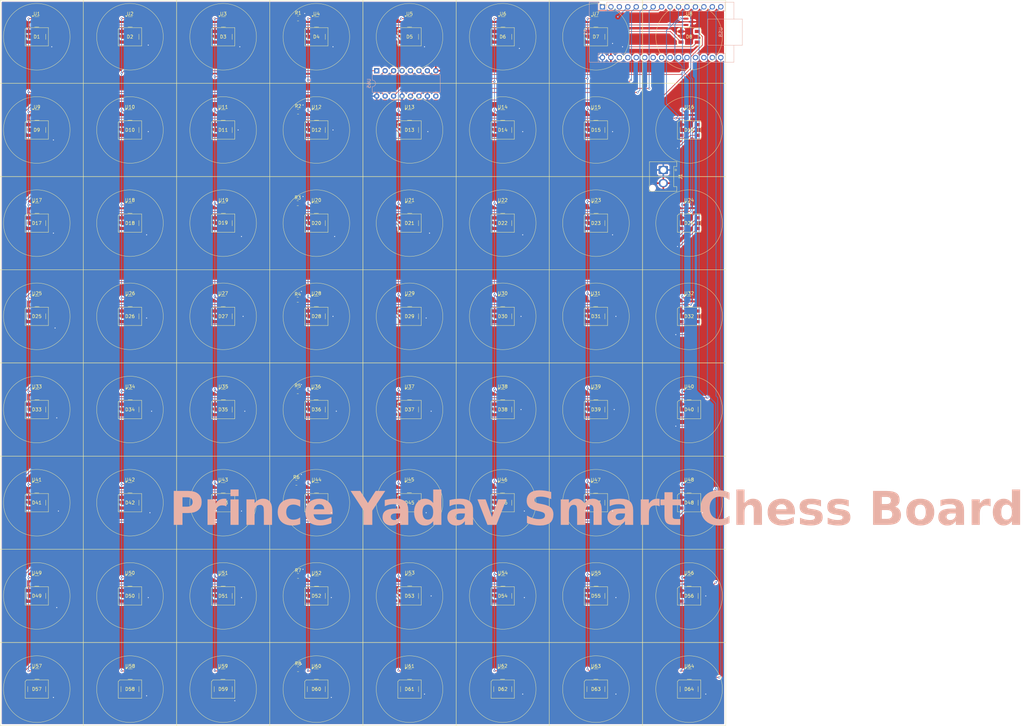
<source format=kicad_pcb>
(kicad_pcb (version 20241229) (generator "pcbnew") (generator_version "9.0")
  (layers (0 "F.Cu" signal) (2 "B.Cu" signal) (13 "F.Paste" user) (15 "B.Paste" user) (5 "F.SilkS" user "F.Silkscreen") (7 "B.SilkS" user "B.Silkscreen") (1 "F.Mask" user) (3 "B.Mask" user) (25 "Edge.Cuts" user))
  (net 0 "")
  (net 4 "SER")
  (net 5 "D8")
  (net 6 "D9")
  (net 11 "D13{slash}SCK")
  (net 12 "D5")
  (net 13 "SRCLK")
  (net 14 "D7")
  (net 15 "D11{slash}COPI")
  (net 17 "D10{slash}CS")
  (net 19 "VBUS")
  (net 20 "GND")
  (net 21 "D6")
  (net 26 "RCLK")
  (net 27 "D12{slash}CIPO")
  (net 30 "Net-(D1-DO)")
  (net 31 "Net-(D2-DO)")
  (net 32 "Net-(D3-DO)")
  (net 33 "Net-(D4-DO)")
  (net 34 "Net-(D5-DO)")
  (net 35 "Net-(D6-DO)")
  (net 36 "Net-(D7-DO)")
  (net 37 "Net-(D8-DO)")
  (net 38 "Net-(D10-DIN)")
  (net 39 "Net-(D10-DO)")
  (net 40 "Net-(D11-DO)")
  (net 41 "Net-(D12-DO)")
  (net 42 "Net-(D13-DO)")
  (net 43 "Net-(D14-DO)")
  (net 44 "Net-(D15-DO)")
  (net 45 "Net-(D16-DO)")
  (net 46 "Net-(D17-DO)")
  (net 47 "Net-(D18-DO)")
  (net 48 "Net-(D19-DO)")
  (net 49 "Net-(D21-DO)")
  (net 50 "Net-(D23-DO)")
  (net 51 "Net-(D25-DO)")
  (net 52 "Net-(D33-DO)")
  (net 53 "Net-(D34-DO)")
  (net 54 "Net-(D35-DO)")
  (net 55 "Net-(D37-DO)")
  (net 56 "Net-(D39-DO)")
  (net 57 "Net-(D41-DO)")
  (net 58 "Net-(D49-DO)")
  (net 59 "Net-(D51-DO)")
  (net 60 "Net-(D53-DO)")
  (net 61 "Net-(D55-DO)")
  (net 62 "QA")
  (net 63 "QB")
  (net 64 "QC")
  (net 65 "QD")
  (net 66 "QE")
  (net 67 "QF")
  (net 68 "QG")
  (net 69 "QH")
  (net 71 "Net-(D20-DO)")
  (net 72 "Net-(D22-DO)")
  (net 73 "Net-(D24-DO)")
  (net 74 "Net-(D36-DO)")
  (net 75 "Net-(D38-DO)")
  (net 76 "Net-(D40-DO)")
  (net 77 "Net-(D50-DO)")
  (net 78 "Net-(D52-DO)")
  (net 79 "Net-(D54-DO)")
  (net 80 "Net-(D56-DO)")
  (net 81 "Net-(D26-DO)")
  (net 82 "Net-(D27-DO)")
  (net 83 "Net-(D28-DO)")
  (net 84 "Net-(D29-DO)")
  (net 85 "Net-(D30-DO)")
  (net 86 "Net-(D31-DO)")
  (net 87 "Net-(D32-DO)")
  (net 88 "Net-(D42-DO)")
  (net 89 "Net-(D43-DO)")
  (net 90 "Net-(D44-DO)")
  (net 91 "Net-(D45-DO)")
  (net 92 "Net-(D46-DO)")
  (net 93 "Net-(D47-DO)")
  (net 94 "Net-(D48-DO)")
  (net 95 "Net-(D57-DO)")
  (net 96 "Net-(D58-DO)")
  (net 97 "Net-(D59-DO)")
  (net 98 "Net-(D60-DO)")
  (net 99 "Net-(D61-DO)")
  (net 100 "Net-(D62-DO)")
  (net 101 "Net-(D63-DO)")
  (footprint "LED_SMD:LED_Inolux_IN-PI554FCH_PLCC4_5.0x5.0mm_P3.2mm" (layer "F.Cu") (at 82 107)
    (property "Reference" "D18")
    (property "Value" "Inolux_IN-PI554FCH")
  )
  (footprint "LED_SMD:LED_Inolux_IN-PI554FCH_PLCC4_5.0x5.0mm_P3.2mm" (layer "F.Cu") (at 222 191)
    (property "Reference" "D47")
    (property "Value" "Inolux_IN-PI554FCH")
  )
  (footprint "Resistor_SMD:R_0805_2012Metric" (layer "F.Cu") (at 132 185)
    (property "Reference" "R6")
    (property "Value" "10kΩ")
  )
  (footprint "Package_TO_SOT_SMD:SOT-23" (layer "F.Cu") (at 194.0625 214.5)
    (property "Reference" "U54")
    (property "Value" "A3144E")
  )
  (footprint "Package_TO_SOT_SMD:SOT-23" (layer "F.Cu") (at 166 158.5)
    (property "Reference" "U37")
    (property "Value" "A3144E")
  )
  (footprint "LED_SMD:LED_Inolux_IN-PI554FCH_PLCC4_5.0x5.0mm_P3.2mm" (layer "F.Cu") (at 222 107)
    (property "Reference" "D23")
    (property "Value" "Inolux_IN-PI554FCH")
  )
  (footprint "Package_TO_SOT_SMD:SOT-23" (layer "F.Cu") (at 138.0625 74.5)
    (property "Reference" "U12")
    (property "Value" "A3144E")
  )
  (footprint "Package_TO_SOT_SMD:SOT-23" (layer "F.Cu") (at 250.0625 242.5)
    (property "Reference" "U64")
    (property "Value" "A3144E")
  )
  (footprint "LED_SMD:LED_Inolux_IN-PI554FCH_PLCC4_5.0x5.0mm_P3.2mm" (layer "F.Cu") (at 194 247)
    (property "Reference" "D62")
    (property "Value" "Inolux_IN-PI554FCH")
  )
  (footprint "Package_TO_SOT_SMD:SOT-23" (layer "F.Cu") (at 54 46.5)
    (property "Reference" "U1")
    (property "Value" "A3144E")
  )
  (footprint "Package_TO_SOT_SMD:SOT-23" (layer "F.Cu") (at 194 158.5)
    (property "Reference" "U38")
    (property "Value" "A3144E")
  )
  (footprint "LED_SMD:LED_Inolux_IN-PI554FCH_PLCC4_5.0x5.0mm_P3.2mm" (layer "F.Cu") (at 250 163)
    (property "Reference" "D40")
    (property "Value" "Inolux_IN-PI554FCH")
  )
  (footprint "LED_SMD:LED_Inolux_IN-PI554FCH_PLCC4_5.0x5.0mm_P3.2mm" (layer "F.Cu") (at 110 135)
    (property "Reference" "D27")
    (property "Value" "Inolux_IN-PI554FCH")
  )
  (footprint "LED_SMD:LED_Inolux_IN-PI554FCH_PLCC4_5.0x5.0mm_P3.2mm" (layer "F.Cu") (at 138 107)
    (property "Reference" "D20")
    (property "Value" "Inolux_IN-PI554FCH")
  )
  (footprint "Package_TO_SOT_SMD:SOT-23" (layer "F.Cu") (at 166 242.5)
    (property "Reference" "U61")
    (property "Value" "A3144E")
  )
  (footprint "Package_TO_SOT_SMD:SOT-23" (layer "F.Cu") (at 110 130.5)
    (property "Reference" "U27")
    (property "Value" "A3144E")
  )
  (footprint "Package_TO_SOT_SMD:SOT-23" (layer "F.Cu") (at 137.9375 158.5)
    (property "Reference" "U36")
    (property "Value" "A3144E")
  )
  (footprint "LED_SMD:LED_Inolux_IN-PI554FCH_PLCC4_5.0x5.0mm_P3.2mm" (layer "F.Cu") (at 250 107)
    (property "Reference" "D24")
    (property "Value" "Inolux_IN-PI554FCH")
  )
  (footprint "LED_SMD:LED_Inolux_IN-PI554FCH_PLCC4_5.0x5.0mm_P3.2mm" (layer "F.Cu") (at 166 191)
    (property "Reference" "D45")
    (property "Value" "Inolux_IN-PI554FCH")
  )
  (footprint "LED_SMD:LED_Inolux_IN-PI554FCH_PLCC4_5.0x5.0mm_P3.2mm" (layer "F.Cu") (at 138 191)
    (property "Reference" "D44")
    (property "Value" "Inolux_IN-PI554FCH")
  )
  (footprint "Package_TO_SOT_SMD:SOT-23" (layer "F.Cu") (at 82.0625 130.5)
    (property "Reference" "U26")
    (property "Value" "A3144E")
  )
  (footprint "Package_TO_SOT_SMD:SOT-23" (layer "F.Cu") (at 54.0625 242.45)
    (property "Reference" "U57")
    (property "Value" "A3144E")
  )
  (footprint "Package_TO_SOT_SMD:SOT-23" (layer "F.Cu") (at 138 130.5)
    (property "Reference" "U28")
    (property "Value" "A3144E")
  )
  (footprint "Package_TO_SOT_SMD:SOT-23" (layer "F.Cu") (at 82 186.5)
    (property "Reference" "U42")
    (property "Value" "A3144E")
  )
  (footprint "Package_TO_SOT_SMD:SOT-23" (layer "F.Cu") (at 54.0625 158.5)
    (property "Reference" "U33")
    (property "Value" "A3144E")
  )
  (footprint "LED_SMD:LED_Inolux_IN-PI554FCH_PLCC4_5.0x5.0mm_P3.2mm" (layer "F.Cu") (at 250 51)
    (property "Reference" "D8")
    (property "Value" "Inolux_IN-PI554FCH")
  )
  (footprint "LED_SMD:LED_Inolux_IN-PI554FCH_PLCC4_5.0x5.0mm_P3.2mm" (layer "F.Cu") (at 250 135)
    (property "Reference" "D32")
    (property "Value" "Inolux_IN-PI554FCH")
  )
  (footprint "LED_SMD:LED_Inolux_IN-PI554FCH_PLCC4_5.0x5.0mm_P3.2mm" (layer "F.Cu") (at 110 107)
    (property "Reference" "D19")
    (property "Value" "Inolux_IN-PI554FCH")
  )
  (footprint "LED_SMD:LED_Inolux_IN-PI554FCH_PLCC4_5.0x5.0mm_P3.2mm" (layer "F.Cu") (at 110 247)
    (property "Reference" "D59")
    (property "Value" "Inolux_IN-PI554FCH")
  )
  (footprint "Package_TO_SOT_SMD:SOT-23" (layer "F.Cu") (at 110.0625 102.5)
    (property "Reference" "U19")
    (property "Value" "A3144E")
  )
  (footprint "LED_SMD:LED_Inolux_IN-PI554FCH_PLCC4_5.0x5.0mm_P3.2mm" (layer "F.Cu") (at 166 163)
    (property "Reference" "D37")
    (property "Value" "Inolux_IN-PI554FCH")
  )
  (footprint "Package_TO_SOT_SMD:SOT-23" (layer "F.Cu") (at 221.9375 186.55)
    (property "Reference" "U47")
    (property "Value" "A3144E")
  )
  (footprint "Package_TO_SOT_SMD:SOT-23" (layer "F.Cu") (at 250.0625 74.5)
    (property "Reference" "U16")
    (property "Value" "A3144E")
  )
  (footprint "LED_SMD:LED_Inolux_IN-PI554FCH_PLCC4_5.0x5.0mm_P3.2mm" (layer "F.Cu") (at 250 247)
    (property "Reference" "D64")
    (property "Value" "Inolux_IN-PI554FCH")
  )
  (footprint "Package_TO_SOT_SMD:SOT-23" (layer "F.Cu") (at 82.0625 158.5)
    (property "Reference" "U34")
    (property "Value" "A3144E")
  )
  (footprint "Package_TO_SOT_SMD:SOT-23" (layer "F.Cu") (at 82 102.5)
    (property "Reference" "U18")
    (property "Value" "A3144E")
  )
  (footprint "Package_TO_SOT_SMD:SOT-23" (layer "F.Cu") (at 54 186.5)
    (property "Reference" "U41")
    (property "Value" "A3144E")
  )
  (footprint "LED_SMD:LED_Inolux_IN-PI554FCH_PLCC4_5.0x5.0mm_P3.2mm" (layer "F.Cu") (at 54 191)
    (property "Reference" "D41")
    (property "Value" "Inolux_IN-PI554FCH")
  )
  (footprint "Package_TO_SOT_SMD:SOT-23" (layer "F.Cu") (at 110 74.5)
    (property "Reference" "U11")
    (property "Value" "A3144E")
  )
  (footprint "LED_SMD:LED_Inolux_IN-PI554FCH_PLCC4_5.0x5.0mm_P3.2mm" (layer "F.Cu") (at 54 51)
    (property "Reference" "D1")
    (property "Value" "Inolux_IN-PI554FCH")
  )
  (footprint "Package_TO_SOT_SMD:SOT-23" (layer "F.Cu") (at 110.0625 46.5)
    (property "Reference" "U3")
    (property "Value" "A3144E")
  )
  (footprint "Package_TO_SOT_SMD:SOT-23" (layer "F.Cu") (at 194 130.5)
    (property "Reference" "U30")
    (property "Value" "A3144E")
  )
  (footprint "Package_TO_SOT_SMD:SOT-23" (layer "F.Cu") (at 250 214.5)
    (property "Reference" "U56")
    (property "Value" "A3144E")
  )
  (footprint "Package_TO_SOT_SMD:SOT-23" (layer "F.Cu") (at 166.0625 214.45)
    (property "Reference" "U53")
    (property "Value" "A3144E")
  )
  (footprint "Resistor_SMD:R_0805_2012Metric" (layer "F.Cu") (at 132.4125 101)
    (property "Reference" "R3")
    (property "Value" "10kΩ")
  )
  (footprint "Package_TO_SOT_SMD:SOT-23" (layer "F.Cu") (at 250 46.5)
    (property "Reference" "U8")
    (property "Value" "A3144E")
  )
  (footprint "Package_TO_SOT_SMD:SOT-23" (layer "F.Cu") (at 54.0625 74.5)
    (property "Reference" "U9")
    (property "Value" "A3144E")
  )
  (footprint "Package_TO_SOT_SMD:SOT-23" (layer "F.Cu") (at 82.0625 46.5)
    (property "Reference" "U2")
    (property "Value" "A3144E")
  )
  (footprint "Package_TO_SOT_SMD:SOT-23" (layer "F.Cu") (at 221.9375 130.5)
    (property "Reference" "U31")
    (property "Value" "A3144E")
  )
  (footprint "LED_SMD:LED_Inolux_IN-PI554FCH_PLCC4_5.0x5.0mm_P3.2mm" (layer "F.Cu") (at 138 79)
    (property "Reference" "D12")
    (property "Value" "Inolux_IN-PI554FCH")
  )
  (footprint "Package_TO_SOT_SMD:SOT-23" (layer "F.Cu") (at 250 158.5)
    (property "Reference" "U40")
    (property "Value" "A3144E")
  )
  (footprint "Package_TO_SOT_SMD:SOT-23" (layer "F.Cu") (at 166.0625 130.5)
    (property "Reference" "U29")
    (property "Value" "A3144E")
  )
  (footprint "Resistor_SMD:R_0805_2012Metric" (layer "F.Cu") (at 132.4125 130)
    (property "Reference" "R4")
    (property "Value" "10kΩ")
  )
  (footprint "Package_TO_SOT_SMD:SOT-23" (layer "F.Cu") (at 54.0625 130.5)
    (property "Reference" "U25")
    (property "Value" "A3144E")
  )
  (footprint "LED_SMD:LED_Inolux_IN-PI554FCH_PLCC4_5.0x5.0mm_P3.2mm" (layer "F.Cu") (at 222 247)
    (property "Reference" "D63")
    (property "Value" "Inolux_IN-PI554FCH")
  )
  (footprint "LED_SMD:LED_Inolux_IN-PI554FCH_PLCC4_5.0x5.0mm_P3.2mm" (layer "F.Cu") (at 82 191)
    (property "Reference" "D42")
    (property "Value" "Inolux_IN-PI554FCH")
  )
  (footprint "Package_TO_SOT_SMD:SOT-23" (layer "F.Cu") (at 82 214.5)
    (property "Reference" "U50")
    (property "Value" "A3144E")
  )
  (footprint "LED_SMD:LED_Inolux_IN-PI554FCH_PLCC4_5.0x5.0mm_P3.2mm" (layer "F.Cu") (at 250 79)
    (property "Reference" "D16")
    (property "Value" "Inolux_IN-PI554FCH")
  )
  (footprint "Resistor_SMD:R_0805_2012Metric" (layer "F.Cu") (at 132.5 213)
    (property "Reference" "R7")
    (property "Value" "10kΩ")
  )
  (footprint "Package_TO_SOT_SMD:SOT-23" (layer "F.Cu") (at 165.9375 186.45)
    (property "Reference" "U45")
    (property "Value" "A3144E")
  )
  (footprint "LED_SMD:LED_Inolux_IN-PI554FCH_PLCC4_5.0x5.0mm_P3.2mm" (layer "F.Cu") (at 110 191)
    (property "Reference" "D43")
    (property "Value" "Inolux_IN-PI554FCH")
  )
  (footprint "LED_SMD:LED_Inolux_IN-PI554FCH_PLCC4_5.0x5.0mm_P3.2mm" (layer "F.Cu") (at 110 219)
    (property "Reference" "D51")
    (property "Value" "Inolux_IN-PI554FCH")
  )
  (footprint "Package_TO_SOT_SMD:SOT-23" (layer "F.Cu") (at 222 242.5)
    (property "Reference" "U63")
    (property "Value" "A3144E")
  )
  (footprint "LED_SMD:LED_Inolux_IN-PI554FCH_PLCC4_5.0x5.0mm_P3.2mm" (layer "F.Cu") (at 222 163)
    (property "Reference" "D39")
    (property "Value" "Inolux_IN-PI554FCH")
  )
  (footprint "Package_TO_SOT_SMD:SOT-23" (layer "F.Cu") (at 54 214.5)
    (property "Reference" "U49")
    (property "Value" "A3144E")
  )
  (footprint "Connector_Hirose:Hirose_DF63R-2P-3.96DSA_1x02_P3.96mm_Vertical" (layer "F.Cu") (at 242.25 91.02 -90)
    (property "Reference" "J1")
    (property "Value" "Conn_01x02_Socket")
  )
  (footprint "LED_SMD:LED_Inolux_IN-PI554FCH_PLCC4_5.0x5.0mm_P3.2mm" (layer "F.Cu") (at 82 79)
    (property "Reference" "D10")
    (property "Value" "Inolux_IN-PI554FCH")
  )
  (footprint "Package_TO_SOT_SMD:SOT-23" (layer "F.Cu") (at 138.0625 186.5)
    (property "Reference" "U44")
    (property "Value" "A3144E")
  )
  (footprint "LED_SMD:LED_Inolux_IN-PI554FCH_PLCC4_5.0x5.0mm_P3.2mm" (layer "F.Cu") (at 166 219)
    (property "Reference" "D53")
    (property "Value" "Inolux_IN-PI554FCH")
  )
  (footprint "Package_TO_SOT_SMD:SOT-23" (layer "F.Cu") (at 222 74.55)
    (property "Reference" "U15")
    (property "Value" "A3144E")
  )
  (footprint "LED_SMD:LED_Inolux_IN-PI554FCH_PLCC4_5.0x5.0mm_P3.2mm" (layer "F.Cu") (at 222 79)
    (property "Reference" "D15")
    (property "Value" "Inolux_IN-PI554FCH")
  )
  (footprint "Package_TO_SOT_SMD:SOT-23" (layer "F.Cu") (at 250 102.5)
    (property "Reference" "U24")
    (property "Value" "A3144E")
  )
  (footprint "LED_SMD:LED_Inolux_IN-PI554FCH_PLCC4_5.0x5.0mm_P3.2mm" (layer "F.Cu") (at 138 163)
    (property "Reference" "D36")
    (property "Value" "Inolux_IN-PI554FCH")
  )
  (footprint "Package_TO_SOT_SMD:SOT-23" (layer "F.Cu") (at 82 74.5)
    (property "Reference" "U10")
    (property "Value" "A3144E")
  )
  (footprint "LED_SMD:LED_Inolux_IN-PI554FCH_PLCC4_5.0x5.0mm_P3.2mm" (layer "F.Cu") (at 166 79)
    (property "Reference" "D13")
    (property "Value" "Inolux_IN-PI554FCH")
  )
  (footprint "LED_SMD:LED_Inolux_IN-PI554FCH_PLCC4_5.0x5.0mm_P3.2mm" (layer "F.Cu") (at 166 107)
    (property "Reference" "D21")
    (property "Value" "Inolux_IN-PI554FCH")
  )
  (footprint "LED_SMD:LED_Inolux_IN-PI554FCH_PLCC4_5.0x5.0mm_P3.2mm" (layer "F.Cu") (at 166 247)
    (property "Reference" "D61")
    (property "Value" "Inolux_IN-PI554FCH")
  )
  (footprint "Package_TO_SOT_SMD:SOT-23" (layer "F.Cu") (at 222 46.5)
    (property "Reference" "U7")
    (property "Value" "A3144E")
  )
  (footprint "Package_TO_SOT_SMD:SOT-23" (layer "F.Cu") (at 193.9375 242.45)
    (property "Reference" "U62")
    (property "Value" "A3144E")
  )
  (footprint "LED_SMD:LED_Inolux_IN-PI554FCH_PLCC4_5.0x5.0mm_P3.2mm" (layer "F.Cu") (at 54 135)
    (property "Reference" "D25")
    (property "Value" "Inolux_IN-PI554FCH")
  )
  (footprint "Package_TO_SOT_SMD:SOT-23" (layer "F.Cu") (at 222 158.5)
    (property "Reference" "U39")
    (property "Value" "A3144E")
  )
  (footprint "LED_SMD:LED_Inolux_IN-PI554FCH_PLCC4_5.0x5.0mm_P3.2mm" (layer "F.Cu") (at 82 135)
    (property "Reference" "D26")
    (property "Value" "Inolux_IN-PI554FCH")
  )
  (footprint "Package_TO_SOT_SMD:SOT-23" (layer "F.Cu") (at 110 214.5)
    (property "Reference" "U51")
    (property "Value" "A3144E")
  )
  (footprint "Package_TO_SOT_SMD:SOT-23" (layer "F.Cu") (at 166 74.5)
    (property "Reference" "U13")
    (property "Value" "A3144E")
  )
  (footprint "LED_SMD:LED_Inolux_IN-PI554FCH_PLCC4_5.0x5.0mm_P3.2mm" (layer "F.Cu") (at 194 51)
    (property "Reference" "D6")
    (property "Value" "Inolux_IN-PI554FCH")
  )
  (footprint "LED_SMD:LED_Inolux_IN-PI554FCH_PLCC4_5.0x5.0mm_P3.2mm" (layer "F.Cu") (at 54 79)
    (property "Reference" "D9")
    (property "Value" "Inolux_IN-PI554FCH")
  )
  (footprint "LED_SMD:LED_Inolux_IN-PI554FCH_PLCC4_5.0x5.0mm_P3.2mm" (layer "F.Cu") (at 222 135)
    (property "Reference" "D31")
    (property "Value" "Inolux_IN-PI554FCH")
  )
  (footprint "LED_SMD:LED_Inolux_IN-PI554FCH_PLCC4_5.0x5.0mm_P3.2mm" (layer "F.Cu") (at 82 247)
    (property "Reference" "D58")
    (property "Value" "Inolux_IN-PI554FCH")
  )
  (footprint "Package_TO_SOT_SMD:SOT-23" (layer "F.Cu") (at 138 102.5)
    (property "Reference" "U20")
    (property "Value" "A3144E")
  )
  (footprint "Package_TO_SOT_SMD:SOT-23" (layer "F.Cu") (at 82.0625 242.5)
    (property "Reference" "U58")
    (property "Value" "A3144E")
  )
  (footprint "Package_TO_SOT_SMD:SOT-23" (layer "F.Cu") (at 166.0625 102.5)
    (property "Reference" "U21")
    (property "Value" "A3144E")
  )
  (footprint "LED_SMD:LED_Inolux_IN-PI554FCH_PLCC4_5.0x5.0mm_P3.2mm" (layer "F.Cu") (at 138 219)
    (property "Reference" "D52")
    (property "Value" "Inolux_IN-PI554FCH")
  )
  (footprint "LED_SMD:LED_Inolux_IN-PI554FCH_PLCC4_5.0x5.0mm_P3.2mm" (layer "F.Cu") (at 54 219)
    (property "Reference" "D49")
    (property "Value" "Inolux_IN-PI554FCH")
  )
  (footprint "LED_SMD:LED_Inolux_IN-PI554FCH_PLCC4_5.0x5.0mm_P3.2mm" (layer "F.Cu") (at 138 135)
    (property "Reference" "D28")
    (property "Value" "Inolux_IN-PI554FCH")
  )
  (footprint "Package_TO_SOT_SMD:SOT-23" (layer "F.Cu") (at 110.0625 158.5)
    (property "Reference" "U35")
    (property "Value" "A3144E")
  )
  (footprint "Package_TO_SOT_SMD:SOT-23" (layer "F.Cu") (at 193.9375 186.5)
    (property "Reference" "U46")
    (property "Value" "A3144E")
  )
  (footprint "Resistor_SMD:R_0805_2012Metric" (layer "F.Cu") (at 132.5 73.5)
    (property "Reference" "R2")
    (property "Value" "10kΩ")
  )
  (footprint "Resistor_SMD:R_0805_2012Metric" (layer "F.Cu") (at 132.4125 157.5)
    (property "Reference" "R5")
    (property "Value" "10kΩ")
  )
  (footprint "LED_SMD:LED_Inolux_IN-PI554FCH_PLCC4_5.0x5.0mm_P3.2mm" (layer "F.Cu") (at 222 51)
    (property "Reference" "D7")
    (property "Value" "Inolux_IN-PI554FCH")
  )
  (footprint "Resistor_SMD:R_0805_2012Metric" (layer "F.Cu") (at 132.5 45.5)
    (property "Reference" "R1")
    (property "Value" "10kΩ")
  )
  (footprint "LED_SMD:LED_Inolux_IN-PI554FCH_PLCC4_5.0x5.0mm_P3.2mm" (layer "F.Cu") (at 54 247)
    (property "Reference" "D57")
    (property "Value" "Inolux_IN-PI554FCH")
  )
  (footprint "Package_TO_SOT_SMD:SOT-23" (layer "F.Cu") (at 222.0625 102.5)
    (property "Reference" "U23")
    (property "Value" "A3144E")
  )
  (footprint "LED_SMD:LED_Inolux_IN-PI554FCH_PLCC4_5.0x5.0mm_P3.2mm" (layer "F.Cu") (at 166 51)
    (property "Reference" "D5")
    (property "Value" "Inolux_IN-PI554FCH")
  )
  (footprint "Package_TO_SOT_SMD:SOT-23" (layer "F.Cu") (at 138.0625 214.55)
    (property "Reference" "U52")
    (property "Value" "A3144E")
  )
  (footprint "Package_TO_SOT_SMD:SOT-23" (layer "F.Cu") (at 250 130.5)
    (property "Reference" "U32")
    (property "Value" "A3144E")
  )
  (footprint "Package_TO_SOT_SMD:SOT-23" (layer "F.Cu") (at 110 186.5)
    (property "Reference" "U43")
    (property "Value" "A3144E")
  )
  (footprint "LED_SMD:LED_Inolux_IN-PI554FCH_PLCC4_5.0x5.0mm_P3.2mm" (layer "F.Cu") (at 54 163)
    (property "Reference" "D33")
    (property "Value" "Inolux_IN-PI554FCH")
  )
  (footprint "Package_TO_SOT_SMD:SOT-23" (layer "F.Cu") (at 54.0625 102.5)
    (property "Reference" "U17")
    (property "Value" "A3144E")
  )
  (footprint "Package_TO_SOT_SMD:SOT-23" (layer "F.Cu") (at 138 242.5)
    (property "Reference" "U60")
    (property "Value" "A3144E")
  )
  (footprint "LED_SMD:LED_Inolux_IN-PI554FCH_PLCC4_5.0x5.0mm_P3.2mm" (layer "F.Cu") (at 82 219)
    (property "Reference" "D50")
    (property "Value" "Inolux_IN-PI554FCH")
  )
  (footprint "LED_SMD:LED_Inolux_IN-PI554FCH_PLCC4_5.0x5.0mm_P3.2mm" (layer "F.Cu") (at 194 219)
    (property "Reference" "D54")
    (property "Value" "Inolux_IN-PI554FCH")
  )
  (footprint "LED_SMD:LED_Inolux_IN-PI554FCH_PLCC4_5.0x5.0mm_P3.2mm" (layer "F.Cu") (at 194 107)
    (property "Reference" "D22")
    (property "Value" "Inolux_IN-PI554FCH")
  )
  (footprint "LED_SMD:LED_Inolux_IN-PI554FCH_PLCC4_5.0x5.0mm_P3.2mm" (layer "F.Cu") (at 138 51)
    (property "Reference" "D4")
    (property "Value" "Inolux_IN-PI554FCH")
  )
  (footprint "Package_TO_SOT_SMD:SOT-23" (layer "F.Cu") (at 222.0625 214.5)
    (property "Reference" "U55")
    (property "Value" "A3144E")
  )
  (footprint "Package_TO_SOT_SMD:SOT-23" (layer "F.Cu") (at 138.0625 46.5)
    (property "Reference" "U4")
    (property "Value" "A3144E")
  )
  (footprint "Resistor_SMD:R_0805_2012Metric" (layer "F.Cu") (at 132.5 241)
    (property "Reference" "R8")
    (property "Value" "10kΩ")
  )
  (footprint "Package_TO_SOT_SMD:SOT-23" (layer "F.Cu") (at 166 46.5)
    (property "Reference" "U5")
    (property "Value" "A3144E")
  )
  (footprint "Package_TO_SOT_SMD:SOT-23" (layer "F.Cu") (at 194 102.5)
    (property "Reference" "U22")
    (property "Value" "A3144E")
  )
  (footprint "LED_SMD:LED_Inolux_IN-PI554FCH_PLCC4_5.0x5.0mm_P3.2mm" (layer "F.Cu") (at 250 191)
    (property "Reference" "D48")
    (property "Value" "Inolux_IN-PI554FCH")
  )
  (footprint "LED_SMD:LED_Inolux_IN-PI554FCH_PLCC4_5.0x5.0mm_P3.2mm" (layer "F.Cu") (at 194 191)
    (property "Reference" "D46")
    (property "Value" "Inolux_IN-PI554FCH")
  )
  (footprint "LED_SMD:LED_Inolux_IN-PI554FCH_PLCC4_5.0x5.0mm_P3.2mm" (layer "F.Cu") (at 138 247)
    (property "Reference" "D60")
    (property "Value" "Inolux_IN-PI554FCH")
  )
  (footprint "LED_SMD:LED_Inolux_IN-PI554FCH_PLCC4_5.0x5.0mm_P3.2mm" (layer "F.Cu") (at 110 79)
    (property "Reference" "D11")
    (property "Value" "Inolux_IN-PI554FCH")
  )
  (footprint "LED_SMD:LED_Inolux_IN-PI554FCH_PLCC4_5.0x5.0mm_P3.2mm" (layer "F.Cu") (at 194 79)
    (property "Reference" "D14")
    (property "Value" "Inolux_IN-PI554FCH")
  )
  (footprint "LED_SMD:LED_Inolux_IN-PI554FCH_PLCC4_5.0x5.0mm_P3.2mm" (layer "F.Cu") (at 166 135)
    (property "Reference" "D29")
    (property "Value" "Inolux_IN-PI554FCH")
  )
  (footprint "LED_SMD:LED_Inolux_IN-PI554FCH_PLCC4_5.0x5.0mm_P3.2mm" (layer "F.Cu") (at 54 107)
    (property "Reference" "D17")
    (property "Value" "Inolux_IN-PI554FCH")
  )
  (footprint "LED_SMD:LED_Inolux_IN-PI554FCH_PLCC4_5.0x5.0mm_P3.2mm" (layer "F.Cu") (at 110 163)
    (property "Reference" "D35")
    (property "Value" "Inolux_IN-PI554FCH")
  )
  (footprint "Package_TO_SOT_SMD:SOT-23" (layer "F.Cu") (at 194 74.5)
    (property "Reference" "U14")
    (property "Value" "A3144E")
  )
  (footprint "Package_TO_SOT_SMD:SOT-23" (layer "F.Cu") (at 250 186.5)
    (property "Reference" "U48")
    (property "Value" "A3144E")
  )
  (footprint "Package_TO_SOT_SMD:SOT-23" (layer "F.Cu") (at 194.0625 46.5)
    (property "Reference" "U6")
    (property "Value" "A3144E")
  )
  (footprint "LED_SMD:LED_Inolux_IN-PI554FCH_PLCC4_5.0x5.0mm_P3.2mm" (layer "F.Cu") (at 82 51)
    (property "Reference" "D2")
    (property "Value" "Inolux_IN-PI554FCH")
  )
  (footprint "LED_SMD:LED_Inolux_IN-PI554FCH_PLCC4_5.0x5.0mm_P3.2mm" (layer "F.Cu") (at 250 219)
    (property "Reference" "D56")
    (property "Value" "Inolux_IN-PI554FCH")
  )
  (footprint "LED_SMD:LED_Inolux_IN-PI554FCH_PLCC4_5.0x5.0mm_P3.2mm" (layer "F.Cu") (at 194 135)
    (property "Reference" "D30")
    (property "Value" "Inolux_IN-PI554FCH")
  )
  (footprint "LED_SMD:LED_Inolux_IN-PI554FCH_PLCC4_5.0x5.0mm_P3.2mm" (layer "F.Cu") (at 222 219)
    (property "Reference" "D55")
    (property "Value" "Inolux_IN-PI554FCH")
  )
  (footprint "LED_SMD:LED_Inolux_IN-PI554FCH_PLCC4_5.0x5.0mm_P3.2mm" (layer "F.Cu") (at 194 163)
    (property "Reference" "D38")
    (property "Value" "Inolux_IN-PI554FCH")
  )
  (footprint "Package_TO_SOT_SMD:SOT-23" (layer "F.Cu") (at 109.9375 242.5)
    (property "Reference" "U59")
    (property "Value" "A3144E")
  )
  (footprint "LED_SMD:LED_Inolux_IN-PI554FCH_PLCC4_5.0x5.0mm_P3.2mm" (layer "F.Cu") (at 110 51)
    (property "Reference" "D3")
    (property "Value" "Inolux_IN-PI554FCH")
  )
  (footprint "LED_SMD:LED_Inolux_IN-PI554FCH_PLCC4_5.0x5.0mm_P3.2mm" (layer "F.Cu") (at 82 163)
    (property "Reference" "D34")
    (property "Value" "Inolux_IN-PI554FCH")
  )
  (footprint "Package_DIP:DIP-16_W7.62mm" (layer "B.Cu") (at 156.125 61.2 -90)
    (property "Reference" "U65")
    (property "Value" "74HC595")
  )
  (footprint "Module:Arduino_Nano" (layer "B.Cu") (at 223.96 42 -90)
    (property "Reference" "A1")
    (property "Value" "Arduino_Nano_ESP32")
  )
  (gr_circle (center 110 135) (end 120 135) (stroke (width 0.1)) (fill no) (layer "F.SilkS"))
  (gr_rect (start 43 233) (end 68 258) (stroke (width 0.1)) (fill no) (layer "F.SilkS"))
  (gr_circle (center 250 219) (end 260 219) (stroke (width 0.1)) (fill no) (layer "F.SilkS"))
  (gr_rect (start 96 149) (end 124 177) (stroke (width 0.1)) (fill no) (layer "F.SilkS"))
  (gr_rect (start 96 40) (end 124 65) (stroke (width 0.1)) (fill no) (layer "F.SilkS"))
  (gr_rect (start 43 65) (end 68 93) (stroke (width 0.1)) (fill no) (layer "F.SilkS"))
  (gr_circle (center 222 135) (end 232 135) (stroke (width 0.1)) (fill no) (layer "F.SilkS"))
  (gr_rect (start 68 205) (end 96 233) (stroke (width 0.1)) (fill no) (layer "F.SilkS"))
  (gr_circle (center 166 191) (end 176 191) (stroke (width 0.1)) (fill no) (layer "F.SilkS"))
  (gr_rect (start 236 40) (end 261 65) (stroke (width 0.1)) (fill no) (layer "F.SilkS"))
  (gr_circle (center 250 135) (end 260 135) (stroke (width 0.1)) (fill no) (layer "F.SilkS"))
  (gr_rect (start 68 177) (end 96 205) (stroke (width 0.1)) (fill no) (layer "F.SilkS"))
  (gr_rect (start 208 121) (end 236 149) (stroke (width 0.1)) (fill no) (layer "F.SilkS"))
  (gr_circle (center 54 79) (end 44 79) (stroke (width 0.1)) (fill no) (layer "F.SilkS"))
  (gr_rect (start 68 233) (end 96 258) (stroke (width 0.1)) (fill no) (layer "F.SilkS"))
  (gr_rect (start 180 121) (end 208 149) (stroke (width 0.1)) (fill no) (layer "F.SilkS"))
  (gr_rect (start 180 149) (end 208 177) (stroke (width 0.1)) (fill no) (layer "F.SilkS"))
  (gr_rect (start 180 177) (end 208 205) (stroke (width 0.1)) (fill no) (layer "F.SilkS"))
  (gr_circle (center 82 79) (end 92 79) (stroke (width 0.1)) (fill no) (layer "F.SilkS"))
  (gr_rect (start 96 121) (end 124 149) (stroke (width 0.1)) (fill no) (layer "F.SilkS"))
  (gr_rect (start 208 205) (end 236 233) (stroke (width 0.1)) (fill no) (layer "F.SilkS"))
  (gr_rect (start 96 65) (end 124 93) (stroke (width 0.1)) (fill no) (layer "F.SilkS"))
  (gr_rect (start 96 93) (end 124 121) (stroke (width 0.1)) (fill no) (layer "F.SilkS"))
  (gr_circle (center 54 163) (end 44 163) (stroke (width 0.1)) (fill no) (layer "F.SilkS"))
  (gr_rect (start 236 177) (end 261 205) (stroke (width 0.1)) (fill no) (layer "F.SilkS"))
  (gr_rect (start 124 149) (end 152 177) (stroke (width 0.1)) (fill no) (layer "F.SilkS"))
  (gr_rect (start 152 233) (end 180 258) (stroke (width 0.1)) (fill no) (layer "F.SilkS"))
  (gr_rect (start 43 177) (end 68 205) (stroke (width 0.1)) (fill no) (layer "F.SilkS"))
  (gr_circle (center 194 191) (end 204 191) (stroke (width 0.1)) (fill no) (layer "F.SilkS"))
  (gr_rect (start 124 121) (end 152 149) (stroke (width 0.1)) (fill no) (layer "F.SilkS"))
  (gr_rect (start 208 40) (end 236 65) (stroke (width 0.1)) (fill no) (layer "F.SilkS"))
  (gr_circle (center 194 51) (end 204 51) (stroke (width 0.1)) (fill no) (layer "F.SilkS"))
  (gr_circle (center 138 247) (end 128 247) (stroke (width 0.1)) (fill no) (layer "F.SilkS"))
  (gr_rect (start 208 149) (end 236 177) (stroke (width 0.1)) (fill no) (layer "F.SilkS"))
  (gr_circle (center 138 135) (end 148 135) (stroke (width 0.1)) (fill no) (layer "F.SilkS"))
  (gr_circle (center 166 51) (end 176 51) (stroke (width 0.1)) (fill no) (layer "F.SilkS"))
  (gr_rect (start 124 65) (end 152 93) (stroke (width 0.1)) (fill no) (layer "F.SilkS"))
  (gr_circle (center 138 51) (end 148 51) (stroke (width 0.1)) (fill no) (layer "F.SilkS"))
  (gr_rect (start 124 205) (end 152 233) (stroke (width 0.1)) (fill no) (layer "F.SilkS"))
  (gr_circle (center 110 219) (end 120 219) (stroke (width 0.1)) (fill no) (layer "F.SilkS"))
  (gr_circle (center 82 51) (end 92 51) (stroke (width 0.1)) (fill no) (layer "F.SilkS"))
  (gr_circle (center 82 191) (end 92 191) (stroke (width 0.1)) (fill no) (layer "F.SilkS"))
  (gr_circle (center 166 247) (end 156 247) (stroke (width 0.1)) (fill no) (layer "F.SilkS"))
  (gr_rect (start 208 177) (end 236 205) (stroke (width 0.1)) (fill no) (layer "F.SilkS"))
  (gr_circle (center 110 51) (end 120 51) (stroke (width 0.1)) (fill no) (layer "F.SilkS"))
  (gr_rect (start 124 93) (end 152 121) (stroke (width 0.1)) (fill no) (layer "F.SilkS"))
  (gr_circle (center 138 219) (end 148 219) (stroke (width 0.1)) (fill no) (layer "F.SilkS"))
  (gr_rect (start 236 149) (end 261 177) (stroke (width 0.1)) (fill no) (layer "F.SilkS"))
  (gr_circle (center 222 163) (end 232 163) (stroke (width 0.1)) (fill no) (layer "F.SilkS"))
  (gr_rect (start 96 205) (end 124 233) (stroke (width 0.1)) (fill no) (layer "F.SilkS"))
  (gr_rect (start 180 205) (end 208 233) (stroke (width 0.1)) (fill no) (layer "F.SilkS"))
  (gr_circle (center 194 79) (end 204 79) (stroke (width 0.1)) (fill no) (layer "F.SilkS"))
  (gr_circle (center 194 163) (end 204 163) (stroke (width 0.1)) (fill no) (layer "F.SilkS"))
  (gr_circle (center 54 219) (end 44 219) (stroke (width 0.1)) (fill no) (layer "F.SilkS"))
  (gr_rect (start 43 93) (end 68 121) (stroke (width 0.1)) (fill no) (layer "F.SilkS"))
  (gr_rect (start 236 233) (end 261 258) (stroke (width 0.1)) (fill no) (layer "F.SilkS"))
  (gr_rect (start 43 40) (end 68 65) (stroke (width 0.1)) (fill no) (layer "F.SilkS"))
  (gr_rect (start 236 65) (end 261 93) (stroke (width 0.1)) (fill no) (layer "F.SilkS"))
  (gr_circle (center 194 107) (end 204 107) (stroke (width 0.1)) (fill no) (layer "F.SilkS"))
  (gr_circle (center 54 191) (end 44 191) (stroke (width 0.1)) (fill no) (layer "F.SilkS"))
  (gr_circle (center 138 191) (end 148 191) (stroke (width 0.1)) (fill no) (layer "F.SilkS"))
  (gr_rect (start 68 65) (end 96 93) (stroke (width 0.1)) (fill no) (layer "F.SilkS"))
  (gr_circle (center 222 219) (end 232 219) (stroke (width 0.1)) (fill no) (layer "F.SilkS"))
  (gr_circle (center 54 247) (end 44 247) (stroke (width 0.1)) (fill no) (layer "F.SilkS"))
  (gr_rect (start 96 233) (end 124 258) (stroke (width 0.1)) (fill no) (layer "F.SilkS"))
  (gr_circle (center 250 79) (end 260 79) (stroke (width 0.1)) (fill no) (layer "F.SilkS"))
  (gr_rect (start 152 40) (end 180 65) (stroke (width 0.1)) (fill no) (layer "F.SilkS"))
  (gr_rect (start 236 205) (end 261 233) (stroke (width 0.1)) (fill no) (layer "F.SilkS"))
  (gr_rect (start 43 149) (end 68 177) (stroke (width 0.1)) (fill no) (layer "F.SilkS"))
  (gr_circle (center 82 163) (end 92 163) (stroke (width 0.1)) (fill no) (layer "F.SilkS"))
  (gr_circle (center 54 107) (end 44 107) (stroke (width 0.1)) (fill no) (layer "F.SilkS"))
  (gr_circle (center 250 51) (end 260 51) (stroke (width 0.1)) (fill no) (layer "F.SilkS"))
  (gr_circle (center 166 135) (end 176 135) (stroke (width 0.1)) (fill no) (layer "F.SilkS"))
  (gr_rect (start 124 233) (end 152 258) (stroke (width 0.1)) (fill no) (layer "F.SilkS"))
  (gr_circle (center 166 107) (end 176 107) (stroke (width 0.1)) (fill no) (layer "F.SilkS"))
  (gr_circle (center 222 247) (end 212 247) (stroke (width 0.1)) (fill no) (layer "F.SilkS"))
  (gr_rect (start 68 93) (end 96 121) (stroke (width 0.1)) (fill no) (layer "F.SilkS"))
  (gr_circle (center 222 191) (end 232 191) (stroke (width 0.1)) (fill no) (layer "F.SilkS"))
  (gr_circle (center 82 135) (end 92 135) (stroke (width 0.1)) (fill no) (layer "F.SilkS"))
  (gr_rect (start 208 65) (end 236 93) (stroke (width 0.1)) (fill no) (layer "F.SilkS"))
  (gr_circle (center 110 247) (end 100 247) (stroke (width 0.1)) (fill no) (layer "F.SilkS"))
  (gr_circle (center 166 79) (end 176 79) (stroke (width 0.1)) (fill no) (layer "F.SilkS"))
  (gr_rect (start 68 121) (end 96 149) (stroke (width 0.1)) (fill no) (layer "F.SilkS"))
  (gr_rect (start 208 233) (end 236 258) (stroke (width 0.1)) (fill no) (layer "F.SilkS"))
  (gr_rect (start 180 40) (end 208 65) (stroke (width 0.1)) (fill no) (layer "F.SilkS"))
  (gr_circle (center 138 107) (end 148 107) (stroke (width 0.1)) (fill no) (layer "F.SilkS"))
  (gr_circle (center 110 79) (end 120 79) (stroke (width 0.1)) (fill no) (layer "F.SilkS"))
  (gr_circle (center 250 191) (end 260 191) (stroke (width 0.1)) (fill no) (layer "F.SilkS"))
  (gr_circle (center 250 163) (end 260 163) (stroke (width 0.1)) (fill no) (layer "F.SilkS"))
  (gr_circle (center 82 247) (end 72 247) (stroke (width 0.1)) (fill no) (layer "F.SilkS"))
  (gr_rect (start 68 149) (end 96 177) (stroke (width 0.1)) (fill no) (layer "F.SilkS"))
  (gr_rect (start 152 205) (end 180 233) (stroke (width 0.1)) (fill no) (layer "F.SilkS"))
  (gr_rect (start 43 205) (end 68 233) (stroke (width 0.1)) (fill no) (layer "F.SilkS"))
  (gr_circle (center 194 247) (end 184 247) (stroke (width 0.1)) (fill no) (layer "F.SilkS"))
  (gr_circle (center 54 51) (end 54 41) (stroke (width 0.1)) (fill no) (layer "F.SilkS"))
  (gr_circle (center 110 163) (end 120 163) (stroke (width 0.1)) (fill no) (layer "F.SilkS"))
  (gr_circle (center 138 163) (end 148 163) (stroke (width 0.1)) (fill no) (layer "F.SilkS"))
  (gr_rect (start 68 40) (end 96 65) (stroke (width 0.1)) (fill no) (layer "F.SilkS"))
  (gr_rect (start 152 93) (end 180 121) (stroke (width 0.1)) (fill no) (layer "F.SilkS"))
  (gr_circle (center 250 107) (end 260 107) (stroke (width 0.1)) (fill no) (layer "F.SilkS"))
  (gr_circle (center 110 191) (end 120 191) (stroke (width 0.1)) (fill no) (layer "F.SilkS"))
  (gr_rect (start 124 177) (end 152 205) (stroke (width 0.1)) (fill no) (layer "F.SilkS"))
  (gr_rect (start 124 40) (end 152 65) (stroke (width 0.1)) (fill no) (layer "F.SilkS"))
  (gr_rect (start 180 65) (end 208 93) (stroke (width 0.1)) (fill no) (layer "F.SilkS"))
  (gr_circle (center 194 135) (end 204 135) (stroke (width 0.1)) (fill no) (layer "F.SilkS"))
  (gr_circle (center 194 219) (end 204 219) (stroke (width 0.1)) (fill no) (layer "F.SilkS"))
  (gr_circle (center 110 107) (end 120 107) (stroke (width 0.1)) (fill no) (layer "F.SilkS"))
  (gr_rect (start 180 93) (end 208 121) (stroke (width 0.1)) (fill no) (layer "F.SilkS"))
  (gr_rect (start 208 93) (end 236 121) (stroke (width 0.1)) (fill no) (layer "F.SilkS"))
  (gr_rect (start 96 177) (end 124 205) (stroke (width 0.1)) (fill no) (layer "F.SilkS"))
  (gr_circle (center 222 107) (end 232 107) (stroke (width 0.1)) (fill no) (layer "F.SilkS"))
  (gr_rect (start 236 121) (end 261 149) (stroke (width 0.1)) (fill no) (layer "F.SilkS"))
  (gr_circle (center 138 79) (end 148 79) (stroke (width 0.1)) (fill no) (layer "F.SilkS"))
  (gr_rect (start 43 121) (end 68 149) (stroke (width 0.1)) (fill no) (layer "F.SilkS"))
  (gr_rect (start 180 233) (end 208 258) (stroke (width 0.1)) (fill no) (layer "F.SilkS"))
  (gr_rect (start 152 177) (end 180 205) (stroke (width 0.1)) (fill no) (layer "F.SilkS"))
  (gr_rect (start 152 121) (end 180 149) (stroke (width 0.1)) (fill no) (layer "F.SilkS"))
  (gr_circle (center 250 247) (end 250 257) (stroke (width 0.1)) (fill no) (layer "F.SilkS"))
  (gr_circle (center 222 79) (end 232 79) (stroke (width 0.1)) (fill no) (layer "F.SilkS"))
  (gr_circle (center 82 219) (end 92 219) (stroke (width 0.1)) (fill no) (layer "F.SilkS"))
  (gr_rect (start 152 65) (end 180 93) (stroke (width 0.1)) (fill no) (layer "F.SilkS"))
  (gr_circle (center 166 219) (end 176 219) (stroke (width 0.1)) (fill no) (layer "F.SilkS"))
  (gr_circle (center 166 163) (end 176 163) (stroke (width 0.1)) (fill no) (layer "F.SilkS"))
  (gr_circle (center 222 51) (end 232 51) (stroke (width 0.1)) (fill no) (layer "F.SilkS"))
  (gr_rect (start 152 149) (end 180 177) (stroke (width 0.1)) (fill no) (layer "F.SilkS"))
  (gr_rect (start 236 93) (end 261 121) (stroke (width 0.1)) (fill no) (layer "F.SilkS"))
  (gr_circle (center 54 135) (end 44 135) (stroke (width 0.1)) (fill no) (layer "F.SilkS"))
  (gr_circle (center 82 107) (end 92 107) (stroke (width 0.1)) (fill no) (layer "F.SilkS"))
  (gr_rect (start 43 40) (end 261 258) (stroke (width 0.05)) (fill no) (layer "Edge.Cuts"))
  (gr_text "Prince Yadav Smart Chess Board" (at 93.87 199.35 0) (layer "B.SilkS") (effects (font (size 10 10) (thickness 0.3) (bold yes)) (justify left bottom)))
  (segment (start 164.925 65.1) (end 231.4 65.1) (width 0.2) (layer "F.Cu") (net 4))
  (segment (start 161.205 68.82) (end 164.925 65.1) (width 0.2) (layer "F.Cu") (net 4))
  (segment (start 231.4 65.1) (end 232.5 64) (width 0.2) (layer "F.Cu") (net 4))
  (via (at 232.5 64) (size 0.6) (drill 0.3) (layers "F.Cu" "B.Cu") (net 4))
  (segment (start 232.68 43.44) (end 234.12 42) (width 0.2) (layer "B.Cu") (net 4))
  (segment (start 232.68 63.82) (end 232.68 43.44) (width 0.2) (layer "B.Cu") (net 4))
  (segment (start 232.5 64) (end 232.68 63.82) (width 0.2) (layer "B.Cu") (net 4))
  (segment (start 53.125 103.45) (end 249.0625 103.45) (width 0.2) (layer "F.Cu") (net 5))
  (segment (start 250.45 103.45) (end 250.46 103.46) (width 0.2) (layer "F.Cu") (net 5))
  (segment (start 133.95 103.45) (end 137.0625 103.45) (width 0.2) (layer "F.Cu") (net 5))
  (segment (start 249.0625 103.45) (end 250.45 103.45) (width 0.2) (layer "F.Cu") (net 5))
  (segment (start 131.5 101) (end 133.95 103.45) (width 0.2) (layer "F.Cu") (net 5))
  (via (at 250.46 103.46) (size 0.6) (drill 0.3) (layers "F.Cu" "B.Cu") (net 5))
  (segment (start 248.5 57.935635) (end 248.5 61.731471) (width 0.2) (layer "B.Cu") (net 5))
  (segment (start 249.36 42) (end 248 43.36) (width 0.2) (layer "B.Cu") (net 5))
  (segment (start 248.5 61.731471) (end 250.46 63.691471) (width 0.2) (layer "B.Cu") (net 5))
  (segment (start 248.1 45.251471) (end 248.1 45.748529) (width 0.2) (layer "B.Cu") (net 5))
  (segment (start 248 57.435635) (end 248.5 57.935635) (width 0.2) (layer "B.Cu") (net 5))
  (segment (start 248.1 45.748529) (end 248 45.848529) (width 0.2) (layer "B.Cu") (net 5))
  (segment (start 248 45.848529) (end 248 57.435635) (width 0.2) (layer "B.Cu") (net 5))
  (segment (start 248 45.151471) (end 248.1 45.251471) (width 0.2) (layer "B.Cu") (net 5))
  (segment (start 248 43.36) (end 248 45.151471) (width 0.2) (layer "B.Cu") (net 5))
  (segment (start 250.46 63.691471) (end 250.46 103.46) (width 0.2) (layer "B.Cu") (net 5))
  (segment (start 53.125 131.45) (end 81.125 131.45) (width 0.2) (layer "F.Cu") (net 6))
  (segment (start 131.5 130) (end 132.95 131.45) (width 0.2) (layer "F.Cu") (net 6))
  (segment (start 249.0625 131.45) (end 250.45 131.45) (width 0.2) (layer "F.Cu") (net 6))
  (segment (start 250.45 131.45) (end 250.5 131.5) (width 0.2) (layer "F.Cu") (net 6))
  (segment (start 81.125 131.45) (end 249.0625 131.45) (width 0.2) (layer "F.Cu") (net 6))
  (segment (start 132.95 131.45) (end 137.0625 131.45) (width 0.2) (layer "F.Cu") (net 6))
  (via (at 250.5 131.5) (size 0.6) (drill 0.3) (layers "F.Cu" "B.Cu") (net 6))
  (segment (start 250.5 63.165785) (end 251.06 63.725785) (width 0.2) (layer "B.Cu") (net 6))
  (segment (start 251.9 42) (end 250.5 43.4) (width 0.2) (layer "B.Cu") (net 6))
  (segment (start 251.06 63.725785) (end 251.06 130.94) (width 0.2) (layer "B.Cu") (net 6))
  (segment (start 251.06 130.94) (end 250.5 131.5) (width 0.2) (layer "B.Cu") (net 6))
  (segment (start 250.5 43.4) (end 250.5 63.165785) (width 0.2) (layer "B.Cu") (net 6))
  (segment (start 134.0375 243.45) (end 137.0625 243.45) (width 0.2) (layer "F.Cu") (net 11))
  (segment (start 249.125 243.45) (end 258.95 243.45) (width 0.2) (layer "F.Cu") (net 11))
  (segment (start 249.075 243.4) (end 249.125 243.45) (width 0.2) (layer "F.Cu") (net 11))
  (segment (start 258.95 243.45) (end 259 243.5) (width 0.2) (layer "F.Cu") (net 11))
  (segment (start 131.5875 241) (end 134.0375 243.45) (width 0.2) (layer "F.Cu") (net 11))
  (segment (start 53.125 243.4) (end 249.075 243.4) (width 0.2) (layer "F.Cu") (net 11))
  (via (at 259 243.5) (size 0.6) (drill 0.3) (layers "F.Cu" "B.Cu") (net 11))
  (segment (start 259.52 242.98) (end 259 243.5) (width 0.2) (layer "B.Cu") (net 11))
  (segment (start 259.52 57.24) (end 259.52 242.98) (width 0.2) (layer "B.Cu") (net 11))
  (segment (start 240.64 43.1) (end 49.9 43.1) (width 0.2) (layer "F.Cu") (net 12))
  (segment (start 241.74 42) (end 240.64 43.1) (width 0.2) (layer "F.Cu") (net 12))
  (segment (start 47.5 48.55) (end 51.55 52.6) (width 0.2) (layer "F.Cu") (net 12))
  (segment (start 49.9 43.1) (end 47.5 45.5) (width 0.2) (layer "F.Cu") (net 12))
  (segment (start 47.5 45.5) (end 47.5 48.55) (width 0.2) (layer "F.Cu") (net 12))
  (segment (start 234.5 67.72) (end 169.925 67.72) (width 0.2) (layer "F.Cu") (net 13))
  (segment (start 169.925 67.72) (end 168.825 68.82) (width 0.2) (layer "F.Cu") (net 13))
  (via (at 234.5 67.72) (size 0.6) (drill 0.3) (layers "F.Cu" "B.Cu") (net 13))
  (segment (start 234.5 67.72) (end 235.22 67) (width 0.2) (layer "B.Cu") (net 13))
  (segment (start 235.22 67) (end 235.22 43.44) (width 0.2) (layer "B.Cu") (net 13))
  (segment (start 235.22 43.44) (end 236.66 42) (width 0.2) (layer "B.Cu") (net 13))
  (segment (start 133.5375 75.45) (end 137.125 75.45) (width 0.2) (layer "F.Cu") (net 14))
  (segment (start 53.125 75.45) (end 249.125 75.45) (width 0.2) (layer "F.Cu") (net 14))
  (segment (start 131.5875 73.5) (end 133.5375 75.45) (width 0.2) (layer "F.Cu") (net 14))
  (via (at 246 75.5) (size 0.6) (drill 0.3) (layers "F.Cu" "B.Cu") (net 14))
  (segment (start 243.18 71.04) (end 246.82 74.68) (width 0.2) (layer "B.Cu") (net 14))
  (segment (start 246.82 42) (end 246.82 45.478529) (width 0.2) (layer "B.Cu") (net 14))
  (segment (start 243.18 49.118529) (end 243.18 71.04) (width 0.2) (layer "B.Cu") (net 14))
  (segment (start 246.82 74.68) (end 246 75.5) (width 0.2) (layer "B.Cu") (net 14))
  (segment (start 246.82 45.478529) (end 243.18 49.118529) (width 0.2) (layer "B.Cu") (net 14))
  (segment (start 53.0625 187.45) (end 249.0625 187.45) (width 0.2) (layer "F.Cu") (net 15))
  (segment (start 249.0625 187.45) (end 257.55 187.45) (width 0.2) (layer "F.Cu") (net 15))
  (segment (start 131.0875 185) (end 133.5375 187.45) (width 0.2) (layer "F.Cu") (net 15))
  (segment (start 257.55 187.45) (end 258 187) (width 0.2) (layer "F.Cu") (net 15))
  (segment (start 133.5375 187.45) (end 137.125 187.45) (width 0.2) (layer "F.Cu") (net 15))
  (via (at 258 187) (size 0.6) (drill 0.3) (layers "F.Cu" "B.Cu") (net 15))
  (segment (start 255.5 158.651471) (end 258 161.151471) (width 0.2) (layer "B.Cu") (net 15))
  (segment (start 258 161.151471) (end 258 187) (width 0.2) (layer "B.Cu") (net 15))
  (segment (start 255.54 43.44) (end 255.54 57.695635) (width 0.2) (layer "B.Cu") (net 15))
  (segment (start 255.5 57.735635) (end 255.5 158.651471) (width 0.2) (layer "B.Cu") (net 15))
  (segment (start 256.98 42) (end 255.54 43.44) (width 0.2) (layer "B.Cu") (net 15))
  (segment (start 255.54 57.695635) (end 255.5 57.735635) (width 0.2) (layer "B.Cu") (net 15))
  (segment (start 255.45 159.45) (end 255.5 159.5) (width 0.2) (layer "F.Cu") (net 17))
  (segment (start 131.5 157.5) (end 133.45 159.45) (width 0.2) (layer "F.Cu") (net 17))
  (segment (start 133.45 159.45) (end 137 159.45) (width 0.2) (layer "F.Cu") (net 17))
  (segment (start 53.125 159.45) (end 249.0625 159.45) (width 0.2) (layer "F.Cu") (net 17))
  (segment (start 249.0625 159.45) (end 255.45 159.45) (width 0.2) (layer "F.Cu") (net 17))
  (via (at 255.5 159.5) (size 0.6) (drill 0.3) (layers "F.Cu" "B.Cu") (net 17))
  (segment (start 253 157) (end 253 43.44) (width 0.2) (layer "B.Cu") (net 17))
  (segment (start 253 43.44) (end 254.44 42) (width 0.2) (layer "B.Cu") (net 17))
  (segment (start 255.5 159.5) (end 253 157) (width 0.2) (layer "B.Cu") (net 17))
  (segment (start 225.9 164.6) (end 227.5 163) (width 0.2) (layer "F.Cu") (net 19))
  (segment (start 133.4125 239.5875) (end 133.5 239.5) (width 0.2) (layer "F.Cu") (net 19))
  (segment (start 253.85 194) (end 254 194) (width 0.2) (layer "F.Cu") (net 19))
  (segment (start 132.9125 183.0875) (end 133.5 182.5) (width 0.2) (layer "F.Cu") (net 19))
  (segment (start 112.45 192.6) (end 114.6 192.6) (width 0.2) (layer "F.Cu") (net 19))
  (segment (start 250.4 80.6) (end 246.5 84.5) (width 0.2) (layer "F.Cu") (net 19))
  (segment (start 247.05 114) (end 246.5 114) (width 0.2) (layer "F.Cu") (net 19))
  (segment (start 84.45 52.6) (end 86.6 52.6) (width 0.2) (layer "F.Cu") (net 19))
  (segment (start 196.45 80.6) (end 198.9 80.6) (width 0.2) (layer "F.Cu") (net 19))
  (segment (start 84.45 80.6) (end 86.4 80.6) (width 0.2) (layer "F.Cu") (net 19))
  (segment (start 252.45 192.6) (end 253.85 194) (width 0.2) (layer "F.Cu") (net 19))
  (segment (start 197.9 136.6) (end 199.5 135) (width 0.2) (layer "F.Cu") (net 19))
  (segment (start 142.9 164.6) (end 144 163.5) (width 0.2) (layer "F.Cu") (net 19))
  (segment (start 252.45 220.6) (end 253.4 220.6) (width 0.2) (layer "F.Cu") (net 19))
  (segment (start 248.55 140.5) (end 246 140.5) (width 0.2) (layer "F.Cu") (net 19))
  (segment (start 86.6 248.6) (end 87 249) (width 0.2) (layer "F.Cu") (net 19))
  (segment (start 114.4 220.6) (end 115.5 219.5) (width 0.2) (layer "F.Cu") (net 19))
  (segment (start 84.45 192.6) (end 86.6 192.6) (width 0.2) (layer "F.Cu") (net 19))
  (segment (start 133.325 130) (end 133.325 127.675) (width 0.2) (layer "F.Cu") (net 19))
  (segment (start 59.6 192.6) (end 60.5 193.5) (width 0.2) (layer "F.Cu") (net 19))
  (segment (start 56.45 192.6) (end 59.6 192.6) (width 0.2) (layer "F.Cu") (net 19))
  (segment (start 85.1 108.6) (end 87 110.5) (width 0.2) (layer "F.Cu") (net 19))
  (segment (start 140.45 108.6) (end 141.1 108.6) (width 0.2) (layer "F.Cu") (net 19))
  (segment (start 140.45 192.6) (end 141.1 192.6) (width 0.2) (layer "F.Cu") (net 19))
  (segment (start 141.4 136.6) (end 143 135) (width 0.2) (layer "F.Cu") (net 19))
  (segment (start 226.1 192.6) (end 227 193.5) (width 0.2) (layer "F.Cu") (net 19))
  (segment (start 140.45 52.6) (end 141.6 52.6) (width 0.2) (layer "F.Cu") (net 19))
  (segment (start 56.45 220.6) (end 58.1 220.6) (width 0.2) (layer "F.Cu") (net 19))
  (segment (start 141.4 80.6) (end 143 79) (width 0.2) (layer "F.Cu") (net 19))
  (segment (start 225.1 108.6) (end 227 110.5) (width 0.2) (layer "F.Cu") (net 19))
  (segment (start 113.1 108.6) (end 115.5 111) (width 0.2) (layer "F.Cu") (net 19))
  (segment (start 252.45 136.6) (end 248.55 140.5) (width 0.2) (layer "F.Cu") (net 19))
  (segment (start 112.45 80.6) (end 114.05 79) (width 0.2) (layer "F.Cu") (net 19))
  (segment (start 57.1 52.6) (end 58.5 54) (width 0.2) (layer "F.Cu") (net 19))
  (segment (start 141.1 108.6) (end 143.5 111) (width 0.2) (layer "F.Cu") (net 19))
  (segment (start 112.45 136.6) (end 114.4 136.6) (width 0.2) (layer "F.Cu") (net 19))
  (segment (start 84.45 108.6) (end 85.1 108.6) (width 0.2) (layer "F.Cu") (net 19))
  (segment (start 133.4125 45.5) (end 133.4125 45.0875) (width 0.2) (layer "F.Cu") (net 19))
  (segment (start 56.45 136.6) (end 57.6 136.6) (width 0.2) (layer "F.Cu") (net 19))
  (segment (start 57.6 136.6) (end 59.5 138.5) (width 0.2) (layer "F.Cu") (net 19))
  (segment (start 86.6 192.6) (end 88 194) (width 0.2) (layer "F.Cu") (net 19))
  (segment (start 168.45 136.6) (end 169.9 136.6) (width 0.2) (layer "F.Cu") (net 19))
  (segment (start 133.325 101) (end 133.325 99.675) (width 0.2) (layer "F.Cu") (net 19))
  (segment (start 56.45 80.6) (end 57.6 80.6) (width 0.2) (layer "F.Cu") (net 19))
  (segment (start 224.45 108.6) (end 225.1 108.6) (width 0.2) (layer "F.Cu") (net 19))
  (segment (start 224.45 192.6) (end 226.1 192.6) (width 0.2) (layer "F.Cu") (net 19))
  (segment (start 226.6 52.6) (end 227 53) (width 0.2) (layer "F.Cu") (net 19))
  (segment (start 170.6 108.6) (end 172 110) (width 0.2) (layer "F.Cu") (net 19))
  (segment (start 249.05 168) (end 246 168) (width 0.2) (layer "F.Cu") (net 19))
  (segment (start 86.4 220.6) (end 87.5 219.5) (width 0.2) (layer "F.Cu") (net 19))
  (segment (start 141.1 192.6) (end 142.5 194) (width 0.2) (layer "F.Cu") (net 19))
  (segment (start 56.45 164.6) (end 59.1 164.6) (width 0.2) (layer "F.Cu") (net 19))
  (segment (start 59.1 164.6) (end 60 165.5) (width 0.2) (layer "F.Cu") (net 19))
  (segment (start 141.6 248.6) (end 142.5 249.5) (width 0.2) (layer "F.Cu") (net 19))
  (segment (start 168.45 80.6) (end 170.4 80.6) (width 0.2) (layer "F.Cu") (net 19))
  (segment (start 140.45 220.6) (end 141.4 220.6) (width 0.2) (layer "F.Cu") (net 19))
  (segment (start 198.35 54.5) (end 199 54.5) (width 0.2) (layer "F.Cu") (net 19))
  (segment (start 84.45 164.6) (end 87.4 164.6) (width 0.2) (layer "F.Cu") (net 19))
  (segment (start 86.6 52.6) (end 87.5 53.5) (width 0.2) (layer "F.Cu") (net 19))
  (segment (start 115.4 164.6) (end 116.5 163.5) (width 0.2) (layer "F.Cu") (net 19))
  (segment (start 196.45 108.6) (end 198.1 108.6) (width 0.2) (layer "F.Cu") (net 19))
  (segment (start 112.45 249.45) (end 113.5 250.5) (width 0.2) (layer "F.Cu") (net 19))
  (segment (start 133.325 157.5) (end 133.325 155.675) (width 0.2) (layer "F.Cu") (net 19))
  (segment (start 84.45 220.6) (end 86.4 220.6) (width 0.2) (layer "F.Cu") (net 19))
  (segment (start 196.45 164.6) (end 197.9 164.6) (width 0.2) (layer "F.Cu") (net 19))
  (segment (start 141.6 52.6) (end 143 54) (width 0.2) (layer "F.Cu") (net 19))
  (segment (start 169.9 136.6) (end 171 135.5) (width 0.2) (layer "F.Cu") (net 19))
  (segment (start 57.6 80.6) (end 59 82) (width 0.2) (layer "F.Cu") (net 19))
  (segment (start 196.45 220.6) (end 199.4 220.6) (width 0.2) (layer "F.Cu") (net 19))
  (segment (start 224.45 164.6) (end 225.9 164.6) (width 0.2) (layer "F.Cu") (net 19))
  (segment (start 196.45 248.6) (end 199.9 248.6) (width 0.2) (layer "F.Cu") (net 19))
  (segment (start 140.45 248.6) (end 141.6 248.6) (width 0.2) (layer "F.Cu") (net 19))
  (segment (start 140.45 80.6) (end 141.4 80.6) (width 0.2) (layer "F.Cu") (net 19))
  (segment (start 133.4125 211.5875) (end 134 211) (width 0.2) (layer "F.Cu") (net 19))
  (segment (start 253.4 220.6) (end 255 219) (width 0.2) (layer "F.Cu") (net 19))
  (segment (start 198.9 80.6) (end 200 79.5) (width 0.2) (layer "F.Cu") (net 19))
  (segment (start 224.45 80.6) (end 225.9 80.6) (width 0.2) (layer "F.Cu") (net 19))
  (segment (start 132.9125 185) (end 132.9125 183.0875) (width 0.2) (layer "F.Cu") (net 19))
  (segment (start 114.6 192.6) (end 115.5 193.5) (width 0.2) (layer "F.Cu") (net 19))
  (segment (start 169.6 192.6) (end 171 194) (width 0.2) (layer "F.Cu") (net 19))
  (segment (start 87.4 164.6) (end 88.5 163.5) (width 0.2) (layer "F.Cu") (net 19))
  (segment (start 168.45 220.6) (end 170.9 220.6) (width 0.2) (layer "F.Cu") (net 19))
  (segment (start 224.45 52.6) (end 226.6 52.6) (width 0.2) (layer "F.Cu") (net 19))
  (segment (start 252.45 248.6) (end 254.9 248.6) (width 0.2) (layer "F.Cu") (net 19))
  (segment (start 112.45 52.6) (end 113.6 52.6) (width 0.2) (layer "F.Cu") (net 19))
  (segment (start 140.45 164.6) (end 142.9 164.6) (width 0.2) (layer "F.Cu") (net 19))
  (segment (start 168.45 52.6) (end 169.1 52.6) (width 0.2) (layer "F.Cu") (net 19))
  (segment (start 196.45 136.6) (end 197.9 136.6) (width 0.2) (layer "F.Cu") (net 19))
  (segment (start 169.1 52.6) (end 170.5 54) (width 0.2) (layer "F.Cu") (net 19))
  (segment (start 113.6 52.6) (end 115 54) (width 0.2) (layer "F.Cu") (net 19))
  (segment (start 58.1 248.6) (end 59 249.5) (width 0.2) (layer "F.Cu") (net 19))
  (segment (start 57.6 108.6) (end 59 110) (width 0.2) (layer "F.Cu") (net 19))
  (segment (start 133.325 127.675) (end 133.5 127.5) (width 0.2) (layer "F.Cu") (net 19))
  (segment (start 112.45 220.6) (end 114.4 220.6) (width 0.2) (layer "F.Cu") (net 19))
  (segment (start 112.45 108.6) (end 113.1 108.6) (width 0.2) (layer "F.Cu") (net 19))
  (segment (start 112.45 164.6) (end 115.4 164.6) (width 0.2) (layer "F.Cu") (net 19))
  (segment (start 56.45 248.6) (end 58.1 248.6) (width 0.2) (layer "F.Cu") (net 19))
  (segment (start 168.45 248.6) (end 170.4 248.6) (width 0.2) (layer "F.Cu") (net 19))
  (segment (start 170.4 80.6) (end 171.5 79.5) (width 0.2) (layer "F.Cu") (net 19))
  (segment (start 252.45 52.6) (end 251.05 54) (width 0.2) (layer "F.Cu") (net 19))
  (segment (start 141.4 220.6) (end 142.5 219.5) (width 0.2) (layer "F.Cu") (net 19))
  (segment (start 224.45 248.6) (end 227.9 248.6) (width 0.2) (layer "F.Cu") (net 19))
  (segment (start 112.45 248.6) (end 112.45 249.45) (width 0.2) (layer "F.Cu") (net 19))
  (segment (start 85.9 136.6) (end 87 135.5) (width 0.2) (layer "F.Cu") (net 19))
  (segment (start 133.4125 73.5) (end 133.4125 72.0875) (width 0.2) (layer "F.Cu") (net 19))
  (segment (start 252.45 164.6) (end 249.05 168) (width 0.2) (layer "F.Cu") (net 19))
  (segment (start 226.4 136.6) (end 228 135) (width 0.2) (layer "F.Cu") (net 19))
  (segment (start 133.325 99.675) (end 134 99) (width 0.2) (layer "F.Cu") (net 19))
  (segment (start 133.4125 241) (end 133.4125 239.5875) (width 0.2) (layer "F.Cu") (net 19))
  (segment (start 198.1 108.6) (end 200 110.5) (width 0.2) (layer "F.Cu") (net 19))
  (segment (start 224.45 220.6) (end 226.9 220.6) (width 0.2) (layer "F.Cu") (net 19))
  (segment (start 56.45 108.6) (end 57.6 108.6) (width 0.2) (layer "F.Cu") (net 19))
  (segment (start 133.325 155.675) (end 133.5 155.5) (width 0.2) (layer "F.Cu") (net 19))
  (segment (start 254.9 248.6) (end 255 248.5) (width 0.2) (layer "F.Cu") (net 19))
  (segment (start 196.45 192.6) (end 199.6 192.6) (width 0.2) (layer "F.Cu") (net 19))
  (segment (start 56.45 52.6) (end 57.1 52.6) (width 0.2) (layer "F.Cu") (net 19))
  (segment (start 58.1 220.6) (end 60 222.5) (width 0.2) (layer "F.Cu") (net 19))
  (segment (start 171.4 164.6) (end 172.5 163.5) (width 0.2) (layer "F.Cu") (net 19))
  (segment (start 170.9 220.6) (end 172.5 219) (width 0.2) (layer "F.Cu") (net 19))
  (segment (start 114.4 136.6) (end 116 135) (width 0.2) (layer "F.Cu") (net 19))
  (segment (start 196.45 52.6) (end 198.35 54.5) (width 0.2) (layer "F.Cu") (net 19))
  (segment (start 197.9 164.6) (end 199.5 163) (width 0.2) (layer "F.Cu") (net 19))
  (segment (start 133.4125 72.0875) (end 134 71.5) (width 0.2) (layer "F.Cu") (net 19))
  (segment (start 84.45 136.6) (end 85.9 136.6) (width 0.2) (layer "F.Cu") (net 19))
  (segment (start 133.4125 45.0875) (end 134.5 44) (width 0.2) (layer "F.Cu") (net 19))
  (segment (start 252.45 108.6) (end 247.05 114) (width 0.2) (layer "F.Cu") (net 19))
  (segment (start 227.9 248.6) (end 228 248.5) (width 0.2) (layer "F.Cu") (net 19))
  (segment (start 252.45 80.6) (end 250.4 80.6) (width 0.2) (layer "F.Cu") (net 19))
  (segment (start 225.9 80.6) (end 227 79.5) (width 0.2) (layer "F.Cu") (net 19))
  (segment (start 226.9 220.6) (end 228 219.5) (width 0.2) (layer "F.Cu") (net 19))
  (segment (start 170.4 248.6) (end 170.5 248.5) (width 0.2) (layer "F.Cu") (net 19))
  (segment (start 140.45 136.6) (end 141.4 136.6) (width 0.2) (layer "F.Cu") (net 19))
  (segment (start 133.4125 213) (end 133.4125 211.5875) (width 0.2) (layer "F.Cu") (net 19))
  (segment (start 168.45 164.6) (end 171.4 164.6) (width 0.2) (layer "F.Cu") (net 19))
  (segment (start 251.05 54) (end 230 54) (width 0.2) (layer "F.Cu") (net 19))
  (segment (start 114.05 79) (end 114.5 79) (width 0.2) (layer "F.Cu") (net 19))
  (segment (start 86.4 80.6) (end 87.5 79.5) (width 0.2) (layer "F.Cu") (net 19))
  (segment (start 168.45 192.6) (end 169.6 192.6) (width 0.2) (layer "F.Cu") (net 19))
  (segment (start 84.45 248.6) (end 86.6 248.6) (width 0.2) (layer "F.Cu") (net 19))
  (segment (start 224.45 136.6) (end 226.4 136.6) (width 0.2) (layer "F.Cu") (net 19))
  (segment (start 199.4 220.6) (end 200.5 219.5) (width 0.2) (layer "F.Cu") (net 19))
  (segment (start 168.45 108.6) (end 170.6 108.6) (width 0.2) (layer "F.Cu") (net 19))
  (segment (start 199.9 248.6) (end 200 248.5) (width 0.2) (layer "F.Cu") (net 19))
  (segment (start 199.6 192.6) (end 200.5 193.5) (width 0.2) (layer "F.Cu") (net 19))
  (via (at 134.5 44) (size 0.6) (drill 0.3) (layers "F.Cu" "B.Cu") (net 19))
  (via (at 134 99) (size 0.6) (drill 0.3) (layers "F.Cu" "B.Cu") (net 19))
  (via (at 143 54) (size 0.6) (drill 0.3) (layers "F.Cu" "B.Cu") (net 19))
  (via (at 142.5 249.5) (size 0.6) (drill 0.3) (layers "F.Cu" "B.Cu") (net 19))
  (via (at 59.5 138.5) (size 0.6) (drill 0.3) (layers "F.Cu" "B.Cu") (net 19))
  (via (at 227.5 163) (size 0.6) (drill 0.3) (layers "F.Cu" "B.Cu") (net 19))
  (via (at 115.5 111) (size 0.6) (drill 0.3) (layers "F.Cu" "B.Cu") (net 19))
  (via (at 246 168) (size 0.6) (drill 0.3) (layers "F.Cu" "B.Cu") (net 19))
  (via (at 254 194) (size 0.6) (drill 0.3) (layers "F.Cu" "B.Cu") (net 19))
  (via (at 246.5 84.5) (size 0.6) (drill 0.3) (layers "F.Cu" "B.Cu") (net 19))
  (via (at 143 135) (size 0.6) (drill 0.3) (layers "F.Cu" "B.Cu") (net 19))
  (via (at 227 193.5) (size 0.6) (drill 0.3) (layers "F.Cu" "B.Cu") (net 19))
  (via (at 60 222.5) (size 0.6) (drill 0.3) (layers "F.Cu" "B.Cu") (net 19))
  (via (at 87 249) (size 0.6) (drill 0.3) (layers "F.Cu" "B.Cu") (net 19))
  (via (at 228 135) (size 0.6) (drill 0.3) (layers "F.Cu" "B.Cu") (net 19))
  (via (at 88.5 163.5) (size 0.6) (drill 0.3) (layers "F.Cu" "B.Cu") (net 19))
  (via (at 228 248.5) (size 0.6) (drill 0.3) (layers "F.Cu" "B.Cu") (net 19))
  (via (at 200 110.5) (size 0.6) (drill 0.3) (layers "F.Cu" "B.Cu") (net 19))
  (via (at 171 135.5) (size 0.6) (drill 0.3) (layers "F.Cu" "B.Cu") (net 19))
  (via (at 171 194) (size 0.6) (drill 0.3) (layers "F.Cu" "B.Cu") (net 19))
  (via (at 58.5 54) (size 0.6) (drill 0.3) (layers "F.Cu" "B.Cu") (net 19))
  (via (at 199 54.5) (size 0.6) (drill 0.3) (layers "F.Cu" "B.Cu") (net 19))
  (via (at 200.5 219.5) (size 0.6) (drill 0.3) (layers "F.Cu" "B.Cu") (net 19))
  (via (at 246 140.5) (size 0.6) (drill 0.3) (layers "F.Cu" "B.Cu") (net 19))
  (via (at 59 249.5) (size 0.6) (drill 0.3) (layers "F.Cu" "B.Cu") (net 19))
  (via (at 200.5 193.5) (size 0.6) (drill 0.3) (layers "F.Cu" "B.Cu") (net 19))
  (via (at 114.5 79) (size 0.6) (drill 0.3) (layers "F.Cu" "B.Cu") (net 19))
  (via (at 116.5 163.5) (size 0.6) (drill 0.3) (layers "F.Cu" "B.Cu") (net 19))
  (via (at 170.5 248.5) (size 0.6) (drill 0.3) (layers "F.Cu" "B.Cu") (net 19))
  (via (at 227 53) (size 0.6) (drill 0.3) (layers "F.Cu" "B.Cu") (net 19))
  (via (at 142.5 194) (size 0.6) (drill 0.3) (layers "F.Cu" "B.Cu") (net 19))
  (via (at 87 135.5) (size 0.6) (drill 0.3) (layers "F.Cu" "B.Cu") (net 19))
  (via (at 142.5 219.5) (size 0.6) (drill 0.3) (layers "F.Cu" "B.Cu") (net 19))
  (via (at 172.5 163.5) (size 0.6) (drill 0.3) (layers "F.Cu" "B.Cu") (net 19))
  (via (at 172.5 219) (size 0.6) (drill 0.3) (layers "F.Cu" "B.Cu") (net 19))
  (via (at 115.5 193.5) (size 0.6) (drill 0.3) (layers "F.Cu" "B.Cu") (net 19))
  (via (at 227 79.5) (size 0.6) (drill 0.3) (layers "F.Cu" "B.Cu") (net 19))
  (via (at 134 211) (size 0.6) (drill 0.3) (layers "F.Cu" "B.Cu") (net 19))
  (via (at 59 110) (size 0.6) (drill 0.3) (layers "F.Cu" "B.Cu") (net 19))
  (via (at 87 110.5) (size 0.6) (drill 0.3) (layers "F.Cu" "B.Cu") (net 19))
  (via (at 87.5 79.5) (size 0.6) (drill 0.3) (layers "F.Cu" "B.Cu") (net 19))
  (via (at 87.5 53.5) (size 0.6) (drill 0.3) (layers "F.Cu" "B.Cu") (net 19))
  (via (at 60 165.5) (size 0.6) (drill 0.3) (layers "F.Cu" "B.Cu") (net 19))
  (via (at 199.5 163) (size 0.6) (drill 0.3) (layers "F.Cu" "B.Cu") (net 19))
  (via (at 87.5 219.5) (size 0.6) (drill 0.3) (layers "F.Cu" "B.Cu") (net 19))
  (via (at 115.5 219.5) (size 0.6) (drill 0.3) (layers "F.Cu" "B.Cu") (net 19))
  (via (at 227 110.5) (size 0.6) (drill 0.3) (layers "F.Cu" "B.Cu") (net 19))
  (via (at 133.5 155.5) (size 0.6) (drill 0.3) (layers "F.Cu" "B.Cu") (net 19))
  (via (at 133.5 127.5) (size 0.6) (drill 0.3) (layers "F.Cu" "B.Cu") (net 19))
  (via (at 144 163.5) (size 0.6) (drill 0.3) (layers "F.Cu" "B.Cu") (net 19))
  (via (at 143 79) (size 0.6) (drill 0.3) (layers "F.Cu" "B.Cu") (net 19))
  (via (at 88 194) (size 0.6) (drill 0.3) (layers "F.Cu" "B.Cu") (net 19))
  (via (at 255 248.5) (size 0.6) (drill 0.3) (layers "F.Cu" "B.Cu") (net 19))
  (via (at 172 110) (size 0.6) (drill 0.3) (layers "F.Cu" "B.Cu") (net 19))
  (via (at 59 82) (size 0.6) (drill 0.3) (layers "F.Cu" "B.Cu") (net 19))
  (via (at 133.5 239.5) (size 0.6) (drill 0.3) (layers "F.Cu" "B.Cu") (net 19))
  (via (at 228 219.5) (size 0.6) (drill 0.3) (layers "F.Cu" "B.Cu") (net 19))
  (via (at 115 54) (size 0.6) (drill 0.3) (layers "F.Cu" "B.Cu") (net 19))
  (via (at 60.5 193.5) (size 0.6) (drill 0.3) (layers "F.Cu" "B.Cu") (net 19))
  (via (at 170.5 54) (size 0.6) (drill 0.3) (layers "F.Cu" "B.Cu") (net 19))
  (via (at 133.5 182.5) (size 0.6) (drill 0.3) (layers "F.Cu" "B.Cu") (net 19))
  (via (at 255 219) (size 0.6) (drill 0.3) (layers "F.Cu" "B.Cu") (net 19))
  (via (at 200 79.5) (size 0.6) (drill 0.3) (layers "F.Cu" "B.Cu") (net 19))
  (via (at 199.5 135) (size 0.6) (drill 0.3) (layers "F.Cu" "B.Cu") (net 19))
  (via (at 246.5 114) (size 0.6) (drill 0.3) (layers "F.Cu" "B.Cu") (net 19))
  (via (at 116 135) (size 0.6) (drill 0.3) (layers "F.Cu" "B.Cu") (net 19))
  (via (at 230 54) (size 0.6) (drill 0.3) (layers "F.Cu" "B.Cu") (net 19))
  (via (at 134 71.5) (size 0.6) (drill 0.3) (layers "F.Cu" "B.Cu") (net 19))
  (via (at 113.5 250.5) (size 0.6) (drill 0.3) (layers "F.Cu" "B.Cu") (net 19))
  (via (at 200 248.5) (size 0.6) (drill 0.3) (layers "F.Cu" "B.Cu") (net 19))
  (via (at 143.5 111) (size 0.6) (drill 0.3) (layers "F.Cu" "B.Cu") (net 19))
  (via (at 171.5 79.5) (size 0.6) (drill 0.3) (layers "F.Cu" "B.Cu") (net 19))
  (segment (start 226.5 57.24) (end 219.55 50.29) (width 0.2) (layer "F.Cu") (net 20))
  (segment (start 219.55 50.29) (end 219.55 49.4) (width 0.2) (layer "F.Cu") (net 20))
  (via (at 228.58 45) (size 0.6) (drill 0.3) (layers "F.Cu" "B.Cu") (net 20))
  (segment (start 231.58 42) (end 228.58 45) (width 0.2) (layer "B.Cu") (net 20))
  (segment (start 131.5875 45.5) (end 133.5375 47.45) (width 0.2) (layer "F.Cu") (net 21))
  (segment (start 133.5375 47.45) (end 137.125 47.45) (width 0.2) (layer "F.Cu") (net 21))
  (segment (start 53.0625 47.45) (end 244 47.45) (width 0.2) (layer "F.Cu") (net 21))
  (segment (start 244 47.45) (end 249.0625 47.45) (width 0.2) (layer "F.Cu") (net 21))
  (via (at 244 47.45) (size 0.6) (drill 0.3) (layers "F.Cu" "B.Cu") (net 21))
  (segment (start 244.28 47.17) (end 244.28 42) (width 0.2) (layer "B.Cu") (net 21))
  (segment (start 244 47.45) (end 244.28 47.17) (width 0.2) (layer "B.Cu") (net 21))
  (segment (start 168.605 66.5) (end 166.285 68.82) (width 0.2) (layer "F.Cu") (net 26))
  (segment (start 238 66.5) (end 168.605 66.5) (width 0.2) (layer "F.Cu") (net 26))
  (via (at 238 66.5) (size 0.6) (drill 0.3) (layers "F.Cu" "B.Cu") (net 26))
  (segment (start 238 43.2) (end 239.2 42) (width 0.2) (layer "B.Cu") (net 26))
  (segment (start 238 66.5) (end 238 43.2) (width 0.2) (layer "B.Cu") (net 26))
  (segment (start 53.0625 215.45) (end 249.0625 215.45) (width 0.2) (layer "F.Cu") (net 27))
  (segment (start 249.0625 215.45) (end 257.55 215.45) (width 0.2) (layer "F.Cu") (net 27))
  (segment (start 257.55 215.45) (end 258 215) (width 0.2) (layer "F.Cu") (net 27))
  (segment (start 131.5875 213) (end 134.0875 215.5) (width 0.2) (layer "F.Cu") (net 27))
  (segment (start 134.0875 215.5) (end 137.125 215.5) (width 0.2) (layer "F.Cu") (net 27))
  (via (at 258 215) (size 0.6) (drill 0.3) (layers "F.Cu" "B.Cu") (net 27))
  (segment (start 259.52 42) (end 258.08 43.44) (width 0.2) (layer "B.Cu") (net 27))
  (segment (start 258.6 214.4) (end 258 215) (width 0.2) (layer "B.Cu") (net 27))
  (segment (start 258.08 158.92) (end 258.6 159.44) (width 0.2) (layer "B.Cu") (net 27))
  (segment (start 258.08 43.44) (end 258.08 158.92) (width 0.2) (layer "B.Cu") (net 27))
  (segment (start 258.6 159.44) (end 258.6 214.4) (width 0.2) (layer "B.Cu") (net 27))
  (segment (start 76.35 49.4) (end 79.55 52.6) (width 0.2) (layer "F.Cu") (net 30))
  (segment (start 56.45 49.4) (end 76.35 49.4) (width 0.2) (layer "F.Cu") (net 30))
  (segment (start 84.45 49.4) (end 104.35 49.4) (width 0.2) (layer "F.Cu") (net 31))
  (segment (start 104.35 49.4) (end 107.55 52.6) (width 0.2) (layer "F.Cu") (net 31))
  (segment (start 112.45 49.4) (end 132.35 49.4) (width 0.2) (layer "F.Cu") (net 32))
  (segment (start 132.35 49.4) (end 135.55 52.6) (width 0.2) (layer "F.Cu") (net 32))
  (segment (start 140.45 49.4) (end 160.35 49.4) (width 0.2) (layer "F.Cu") (net 33))
  (segment (start 160.35 49.4) (end 163.55 52.6) (width 0.2) (layer "F.Cu") (net 33))
  (segment (start 188.35 49.4) (end 191.55 52.6) (width 0.2) (layer "F.Cu") (net 34))
  (segment (start 168.45 49.4) (end 188.35 49.4) (width 0.2) (layer "F.Cu") (net 34))
  (segment (start 216.35 49.4) (end 219.55 52.6) (width 0.2) (layer "F.Cu") (net 35))
  (segment (start 196.45 49.4) (end 216.35 49.4) (width 0.2) (layer "F.Cu") (net 35))
  (segment (start 224.45 49.4) (end 244.35 49.4) (width 0.2) (layer "F.Cu") (net 36))
  (segment (start 244.35 49.4) (end 247.55 52.6) (width 0.2) (layer "F.Cu") (net 36))
  (segment (start 54 70) (end 241 70) (width 0.2) (layer "F.Cu") (net 37))
  (segment (start 254 53.5) (end 254 50.95) (width 0.2) (layer "F.Cu") (net 37))
  (segment (start 241 70) (end 250.5 60.5) (width 0.2) (layer "F.Cu") (net 37))
  (segment (start 250.5 57) (end 254 53.5) (width 0.2) (layer "F.Cu") (net 37))
  (segment (start 254 50.95) (end 252.45 49.4) (width 0.2) (layer "F.Cu") (net 37))
  (segment (start 50.5 79.55) (end 50.5 73.5) (width 0.2) (layer "F.Cu") (net 37))
  (segment (start 51.55 80.6) (end 50.5 79.55) (width 0.2) (layer "F.Cu") (net 37))
  (segment (start 250.5 60.5) (end 250.5 57) (width 0.2) (layer "F.Cu") (net 37))
  (segment (start 50.5 73.5) (end 54 70) (width 0.2) (layer "F.Cu") (net 37))
  (segment (start 56.45 77.4) (end 76.35 77.4) (width 0.2) (layer "F.Cu") (net 38))
  (segment (start 76.35 77.4) (end 79.55 80.6) (width 0.2) (layer "F.Cu") (net 38))
  (segment (start 104.35 77.4) (end 107.55 80.6) (width 0.2) (layer "F.Cu") (net 39))
  (segment (start 84.45 77.4) (end 104.35 77.4) (width 0.2) (layer "F.Cu") (net 39))
  (segment (start 132.35 77.4) (end 135.55 80.6) (width 0.2) (layer "F.Cu") (net 40))
  (segment (start 112.45 77.4) (end 132.35 77.4) (width 0.2) (layer "F.Cu") (net 40))
  (segment (start 140.45 77.4) (end 160.35 77.4) (width 0.2) (layer "F.Cu") (net 41))
  (segment (start 160.35 77.4) (end 163.55 80.6) (width 0.2) (layer "F.Cu") (net 41))
  (segment (start 188.35 77.4) (end 191.55 80.6) (width 0.2) (layer "F.Cu") (net 42))
  (segment (start 168.45 77.4) (end 188.35 77.4) (width 0.2) (layer "F.Cu") (net 42))
  (segment (start 196.45 77.4) (end 216.35 77.4) (width 0.2) (layer "F.Cu") (net 43))
  (segment (start 216.35 77.4) (end 219.55 80.6) (width 0.2) (layer "F.Cu") (net 43))
  (segment (start 224.45 77.4) (end 244.35 77.4) (width 0.2) (layer "F.Cu") (net 44))
  (segment (start 244.35 77.4) (end 247.55 80.6) (width 0.2) (layer "F.Cu") (net 44))
  (segment (start 51.55 108.6) (end 50.5 107.55) (width 0.2) (layer "F.Cu") (net 45))
  (segment (start 50.5 100.5) (end 69.5 81.5) (width 0.2) (layer "F.Cu") (net 45))
  (segment (start 248.35 81.5) (end 252.45 77.4) (width 0.2) (layer "F.Cu") (net 45))
  (segment (start 69.5 81.5) (end 248.35 81.5) (width 0.2) (layer "F.Cu") (net 45))
  (segment (start 50.5 107.55) (end 50.5 100.5) (width 0.2) (layer "F.Cu") (net 45))
  (segment (start 56.45 105.4) (end 76.35 105.4) (width 0.2) (layer "F.Cu") (net 46))
  (segment (start 76.35 105.4) (end 79.55 108.6) (width 0.2) (layer "F.Cu") (net 46))
  (segment (start 84.45 105.4) (end 104.35 105.4) (width 0.2) (layer "F.Cu") (net 47))
  (segment (start 104.35 105.4) (end 107.55 108.6) (width 0.2) (layer "F.Cu") (net 47))
  (segment (start 112.45 105.4) (end 132.35 105.4) (width 0.2) (layer "F.Cu") (net 48))
  (segment (start 132.35 105.4) (end 135.55 108.6) (width 0.2) (layer "F.Cu") (net 48))
  (segment (start 188.35 105.4) (end 191.55 108.6) (width 0.2) (layer "F.Cu") (net 49))
  (segment (start 168.45 105.4) (end 188.35 105.4) (width 0.2) (layer "F.Cu") (net 49))
  (segment (start 244.35 105.4) (end 247.55 108.6) (width 0.2) (layer "F.Cu") (net 50))
  (segment (start 224.45 105.4) (end 244.35 105.4) (width 0.2) (layer "F.Cu") (net 50))
  (segment (start 76.35 133.4) (end 79.55 136.6) (width 0.2) (layer "F.Cu") (net 51))
  (segment (start 56.45 133.4) (end 76.35 133.4) (width 0.2) (layer "F.Cu") (net 51))
  (segment (start 76.35 161.4) (end 79.55 164.6) (width 0.2) (layer "F.Cu") (net 52))
  (segment (start 56.45 161.4) (end 76.35 161.4) (width 0.2) (layer "F.Cu") (net 52))
  (segment (start 84.45 161.4) (end 104.35 161.4) (width 0.2) (layer "F.Cu") (net 53))
  (segment (start 104.35 161.4) (end 107.55 164.6) (width 0.2) (layer "F.Cu") (net 53))
  (segment (start 112.45 161.4) (end 132.35 161.4) (width 0.2) (layer "F.Cu") (net 54))
  (segment (start 132.35 161.4) (end 135.55 164.6) (width 0.2) (layer "F.Cu") (net 54))
  (segment (start 168.45 161.4) (end 188.35 161.4) (width 0.2) (layer "F.Cu") (net 55))
  (segment (start 188.35 161.4) (end 191.55 164.6) (width 0.2) (layer "F.Cu") (net 55))
  (segment (start 244.35 161.4) (end 247.55 164.6) (width 0.2) (layer "F.Cu") (net 56))
  (segment (start 224.45 161.4) (end 244.35 161.4) (width 0.2) (layer "F.Cu") (net 56))
  (segment (start 76.35 189.4) (end 79.55 192.6) (width 0.2) (layer "F.Cu") (net 57))
  (segment (start 56.45 189.4) (end 76.35 189.4) (width 0.2) (layer "F.Cu") (net 57))
  (segment (start 76.35 217.4) (end 79.55 220.6) (width 0.2) (layer "F.Cu") (net 58))
  (segment (start 56.45 217.4) (end 76.35 217.4) (width 0.2) (layer "F.Cu") (net 58))
  (segment (start 132.35 217.4) (end 135.55 220.6) (width 0.2) (layer "F.Cu") (net 59))
  (segment (start 112.45 217.4) (end 132.35 217.4) (width 0.2) (layer "F.Cu") (net 59))
  (segment (start 188.35 217.4) (end 191.55 220.6) (width 0.2) (layer "F.Cu") (net 60))
  (segment (start 168.45 217.4) (end 188.35 217.4) (width 0.2) (layer "F.Cu") (net 60))
  (segment (start 224.45 217.4) (end 244.35 217.4) (width 0.2) (layer "F.Cu") (net 61))
  (segment (start 244.35 217.4) (end 247.55 220.6) (width 0.2) (layer "F.Cu") (net 61))
  (segment (start 53.075 101.5) (end 53.125 101.55) (width 0.2) (layer "F.Cu") (net 62))
  (segment (start 53.125 73.55) (end 51.55 73.55) (width 0.2) (layer "F.Cu") (net 62))
  (segment (start 53.0625 45.55) (end 51.55 45.55) (width 0.2) (layer "F.Cu") (net 62))
  (segment (start 53.125 241.5) (end 51.5 241.5) (width 0.2) (layer "F.Cu") (net 62))
  (segment (start 51.55 213.55) (end 51.5 213.5) (width 0.2) (layer "F.Cu") (net 62))
  (segment (start 51.5 101.5) (end 53.075 101.5) (width 0.2) (layer "F.Cu") (net 62))
  (segment (start 53.0625 213.55) (end 51.55 213.55) (width 0.2) (layer "F.Cu") (net 62))
  (segment (start 51.55 157.55) (end 51.5 157.5) (width 0.2) (layer "F.Cu") (net 62))
  (segment (start 158.665 68.82) (end 157.565 67.72) (width 0.2) (layer "F.Cu") (net 62))
  (segment (start 51.55 185.55) (end 51.5 185.5) (width 0.2) (layer "F.Cu") (net 62))
  (segment (start 53.125 157.55) (end 51.55 157.55) (width 0.2) (layer "F.Cu") (net 62))
  (segment (start 51.55 73.55) (end 51.5 73.5) (width 0.2) (layer "F.Cu") (net 62))
  (segment (start 53.0625 185.55) (end 51.55 185.55) (width 0.2) (layer "F.Cu") (net 62))
  (segment (start 157.565 67.72) (end 51.72 67.72) (width 0.2) (layer "F.Cu") (net 62))
  (segment (start 51.72 67.72) (end 51.5 67.5) (width 0.2) (layer "F.Cu") (net 62))
  (segment (start 51.55 129.55) (end 51.5 129.5) (width 0.2) (layer "F.Cu") (net 62))
  (segment (start 53.125 129.55) (end 51.55 129.55) (width 0.2) (layer "F.Cu") (net 62))
  (via (at 51.5 185.5) (size 0.6) (drill 0.3) (layers "F.Cu" "B.Cu") (net 62))
  (via (at 51.55 45.55) (size 0.6) (drill 0.3) (layers "F.Cu" "B.Cu") (net 62))
  (via (at 51.5 101.5) (size 0.6) (drill 0.3) (layers "F.Cu" "B.Cu") (net 62))
  (via (at 51.5 129.5) (size 0.6) (drill 0.3) (layers "F.Cu" "B.Cu") (net 62))
  (via (at 51.5 73.5) (size 0.6) (drill 0.3) (layers "F.Cu" "B.Cu") (net 62))
  (via (at 51.5 213.5) (size 0.6) (drill 0.3) (layers "F.Cu" "B.Cu") (net 62))
  (via (at 51.5 67.5) (size 0.6) (drill 0.3) (layers "F.Cu" "B.Cu") (net 62))
  (via (at 51.5 241.5) (size 0.6) (drill 0.3) (layers "F.Cu" "B.Cu") (net 62))
  (via (at 51.5 157.5) (size 0.6) (drill 0.3) (layers "F.Cu" "B.Cu") (net 62))
  (segment (start 51.5 49.5) (end 51.5 157.5) (width 0.2) (layer "B.Cu") (net 62))
  (segment (start 51.5 185.5) (end 51.5 213.5) (width 0.2) (layer "B.Cu") (net 62))
  (segment (start 51.5 157.5) (end 51.5 185.5) (width 0.2) (layer "B.Cu") (net 62))
  (segment (start 51.5 45.6) (end 51.5 49.5) (width 0.2) (layer "B.Cu") (net 62))
  (segment (start 51.55 45.55) (end 51.5 45.6) (width 0.2) (layer "B.Cu") (net 62))
  (segment (start 51.5 213.5) (end 51.5 241.5) (width 0.2) (layer "B.Cu") (net 62))
  (segment (start 81.0625 101.55) (end 79.55 101.55) (width 0.2) (layer "F.Cu") (net 63))
  (segment (start 79.55 185.55) (end 79.5 185.5) (width 0.2) (layer "F.Cu") (net 63))
  (segment (start 81.125 241.55) (end 79.55 241.55) (width 0.2) (layer "F.Cu") (net 63))
  (segment (start 79.55 45.55) (end 79.5 45.5) (width 0.2) (layer "F.Cu") (net 63))
  (segment (start 79.55 157.55) (end 79.5 157.5) (width 0.2) (layer "F.Cu") (net 63))
  (segment (start 79.55 101.55) (end 79.5 101.5) (width 0.2) (layer "F.Cu") (net 63))
  (segment (start 81.125 45.55) (end 79.55 45.55) (width 0.2) (layer "F.Cu") (net 63))
  (segment (start 80.05 73.55) (end 79.5 73) (width 0.2) (layer "F.Cu") (net 63))
  (segment (start 79.55 129.55) (end 79.5 129.5) (width 0.2) (layer "F.Cu") (net 63))
  (segment (start 79.55 213.55) (end 79.5 213.5) (width 0.2) (layer "F.Cu") (net 63))
  (segment (start 81.0625 213.55) (end 79.55 213.55) (width 0.2) (layer "F.Cu") (net 63))
  (segment (start 81.125 157.55) (end 79.55 157.55) (width 0.2) (layer "F.Cu") (net 63))
  (segment (start 79.55 241.55) (end 79.5 241.5) (width 0.2) (layer "F.Cu") (net 63))
  (segment (start 80.3 61.2) (end 79.5 62) (width 0.2) (layer "F.Cu") (net 63))
  (segment (start 81.125 129.55) (end 79.55 129.55) (width 0.2) (layer "F.Cu") (net 63))
  (segment (start 156.125 61.2) (end 80.3 61.2) (width 0.2) (layer "F.Cu") (net 63))
  (segment (start 81.0625 73.55) (end 80.05 73.55) (width 0.2) (layer "F.Cu") (net 63))
  (segment (start 81.0625 185.55) (end 79.55 185.55) (width 0.2) (layer "F.Cu") (net 63))
  (via (at 79.5 185.5) (size 0.6) (drill 0.3) (layers "F.Cu" "B.Cu") (net 63))
  (via (at 79.5 213.5) (size 0.6) (drill 0.3) (layers "F.Cu" "B.Cu") (net 63))
  (via (at 79.5 129.5) (size 0.6) (drill 0.3) (layers "F.Cu" "B.Cu") (net 63))
  (via (at 79.5 241.5) (size 0.6) (drill 0.3) (layers "F.Cu" "B.Cu") (net 63))
  (via (at 79.5 62) (size 0.6) (drill 0.3) (layers "F.Cu" "B.Cu") (net 63))
  (via (at 79.5 73) (size 0.6) (drill 0.3) (layers "F.Cu" "B.Cu") (net 63))
  (via (at 79.5 157.5) (size 0.6) (drill 0.3) (layers "F.Cu" "B.Cu") (net 63))
  (via (at 79.5 101.5) (size 0.6) (drill 0.3) (layers "F.Cu" "B.Cu") (net 63))
  (via (at 79.5 45.5) (size 0.6) (drill 0.3) (layers "F.Cu" "B.Cu") (net 63))
  (segment (start 79.5 62) (end 79.5 73) (width 0.2) (layer "B.Cu") (net 63))
  (segment (start 79.5 185.5) (end 79.5 213.5) (width 0.2) (layer "B.Cu") (net 63))
  (segment (start 79.5 48.5) (end 79.5 62) (width 0.2) (layer "B.Cu") (net 63))
  (segment (start 79.5 73) (end 79.5 101.5) (width 0.2) (layer "B.Cu") (net 63))
  (segment (start 79.5 213.5) (end 79.5 241.5) (width 0.2) (layer "B.Cu") (net 63))
  (segment (start 79.5 129.5) (end 79.5 157.5) (width 0.2) (layer "B.Cu") (net 63))
  (segment (start 79.5 101.5) (end 79.5 129.5) (width 0.2) (layer "B.Cu") (net 63))
  (segment (start 79.5 45.5) (end 79.5 48.5) (width 0.2) (layer "B.Cu") (net 63))
  (segment (start 79.5 157.5) (end 79.5 185.5) (width 0.2) (layer "B.Cu") (net 63))
  (segment (start 108.05 185.55) (end 107.5 185) (width 0.2) (layer "F.Cu") (net 64))
  (segment (start 109 241.55) (end 107.55 241.55) (width 0.2) (layer "F.Cu") (net 64))
  (segment (start 108.05 213.55) (end 107.5 213) (width 0.2) (layer "F.Cu") (net 64))
  (segment (start 109.0625 129.55) (end 108.05 129.55) (width 0.2) (layer "F.Cu") (net 64))
  (segment (start 109.0625 185.55) (end 108.05 185.55) (width 0.2) (layer "F.Cu") (net 64))
  (segment (start 108.05 73.55) (end 107.5 73) (width 0.2) (layer "F.Cu") (net 64))
  (segment (start 158.665 61.2) (end 156.865 63) (width 0.2) (layer "F.Cu") (net 64))
  (segment (start 108.05 129.55) (end 107.5 129) (width 0.2) (layer "F.Cu") (net 64))
  (segment (start 108.05 101.55) (end 107.5 101) (width 0.2) (layer "F.Cu") (net 64))
  (segment (start 109.125 45.55) (end 107.55 45.55) (width 0.2) (layer "F.Cu") (net 64))
  (segment (start 107.55 45.55) (end 107.5 45.5) (width 0.2) (layer "F.Cu") (net 64))
  (segment (start 109.125 157.55) (end 108.05 157.55) (width 0.2) (layer "F.Cu") (net 64))
  (segment (start 108.05 157.55) (end 107.5 157) (width 0.2) (layer "F.Cu") (net 64))
  (segment (start 109.0625 213.55) (end 108.05 213.55) (width 0.2) (layer "F.Cu") (net 64))
  (segment (start 156.865 63) (end 107.5 63) (width 0.2) (layer "F.Cu") (net 64))
  (segment (start 109.125 101.55) (end 108.05 101.55) (width 0.2) (layer "F.Cu") (net 64))
  (segment (start 107.55 241.55) (end 107.5 241.5) (width 0.2) (layer "F.Cu") (net 64))
  (segment (start 109.0625 73.55) (end 108.05 73.55) (width 0.2) (layer "F.Cu") (net 64))
  (via (at 107.5 45.5) (size 0.6) (drill 0.3) (layers "F.Cu" "B.Cu") (net 64))
  (via (at 107.5 129) (size 0.6) (drill 0.3) (layers "F.Cu" "B.Cu") (net 64))
  (via (at 107.5 241.5) (size 0.6) (drill 0.3) (layers "F.Cu" "B.Cu") (net 64))
  (via (at 107.5 213) (size 0.6) (drill 0.3) (layers "F.Cu" "B.Cu") (net 64))
  (via (at 107.5 63) (size 0.6) (drill 0.3) (layers "F.Cu" "B.Cu") (net 64))
  (via (at 107.5 73) (size 0.6) (drill 0.3) (layers "F.Cu" "B.Cu") (net 64))
  (via (at 107.5 101) (size 0.6) (drill 0.3) (layers "F.Cu" "B.Cu") (net 64))
  (via (at 107.5 157) (size 0.6) (drill 0.3) (layers "F.Cu" "B.Cu") (net 64))
  (via (at 107.5 185) (size 0.6) (drill 0.3) (layers "F.Cu" "B.Cu") (net 64))
  (segment (start 107.5 52) (end 107.5 73) (width 0.2) (layer "B.Cu") (net 64))
  (segment (start 107.5 129) (end 107.5 157) (width 0.2) (layer "B.Cu") (net 64))
  (segment (start 107.5 101) (end 107.5 129) (width 0.2) (layer "B.Cu") (net 64))
  (segment (start 107.5 185) (end 107.5 213) (width 0.2) (layer "B.Cu") (net 64))
  (segment (start 107.5 213) (end 107.5 241.5) (width 0.2) (layer "B.Cu") (net 64))
  (segment (start 107.5 45.5) (end 107.5 52) (width 0.2) (layer "B.Cu") (net 64))
  (segment (start 107.5 73) (end 107.5 101) (width 0.2) (layer "B.Cu") (net 64))
  (segment (start 107.5 157) (end 107.5 185) (width 0.2) (layer "B.Cu") (net 64))
  (segment (start 136.05 73.55) (end 135.5 73) (width 0.2) (layer "F.Cu") (net 65))
  (segment (start 137.125 185.55) (end 136.05 185.55) (width 0.2) (layer "F.Cu") (net 65))
  (segment (start 135.55 241.55) (end 135.5 241.5) (width 0.2) (layer "F.Cu") (net 65))
  (segment (start 158.405 64) (end 135.5 64) (width 0.2) (layer "F.Cu") (net 65))
  (segment (start 137.0625 241.55) (end 135.55 241.55) (width 0.2) (layer "F.Cu") (net 65))
  (segment (start 136.05 157.55) (end 135.5 157) (width 0.2) (layer "F.Cu") (net 65))
  (segment (start 136.05 185.55) (end 135.5 185) (width 0.2) (layer "F.Cu") (net 65))
  (segment (start 137.0625 129.55) (end 136.05 129.55) (width 0.2) (layer "F.Cu") (net 65))
  (segment (start 137.0625 101.55) (end 136.05 101.55) (width 0.2) (layer "F.Cu") (net 65))
  (segment (start 135.55 45.55) (end 135.5 45.5) (width 0.2) (layer "F.Cu") (net 65))
  (segment (start 137.125 45.55) (end 135.55 45.55) (width 0.2) (layer "F.Cu") (net 65))
  (segment (start 137 157.55) (end 136.05 157.55) (width 0.2) (layer "F.Cu") (net 65))
  (segment (start 161.205 61.2) (end 158.405 64) (width 0.2) (layer "F.Cu") (net 65))
  (segment (start 137.125 213.6) (end 136.1 213.6) (width 0.2) (layer "F.Cu") (net 65))
  (segment (start 136.05 129.55) (end 135.5 129) (width 0.2) (layer "F.Cu") (net 65))
  (segment (start 136.05 101.55) (end 135.5 101) (width 0.2) (layer "F.Cu") (net 65))
  (segment (start 137.125 73.55) (end 136.05 73.55) (width 0.2) (layer "F.Cu") (net 65))
  (segment (start 136.1 213.6) (end 135.5 213) (width 0.2) (layer "F.Cu") (net 65))
  (via (at 135.5 45.5) (size 0.6) (drill 0.3) (layers "F.Cu" "B.Cu") (net 65))
  (via (at 135.5 101) (size 0.6) (drill 0.3) (layers "F.Cu" "B.Cu") (net 65))
  (via (at 135.5 157) (size 0.6) (drill 0.3) (layers "F.Cu" "B.Cu") (net 65))
  (via (at 135.5 185) (size 0.6) (drill 0.3) (layers "F.Cu" "B.Cu") (net 65))
  (via (at 135.5 73) (size 0.6) (drill 0.3) (layers "F.Cu" "B.Cu") (net 65))
  (via (at 135.5 64) (size 0.6) (drill 0.3) (layers "F.Cu" "B.Cu") (net 65))
  (via (at 135.5 213) (size 0.6) (drill 0.3) (layers "F.Cu" "B.Cu") (net 65))
  (via (at 135.5 241.5) (size 0.6) (drill 0.3) (layers "F.Cu" "B.Cu") (net 65))
  (via (at 135.5 129) (size 0.6) (drill 0.3) (layers "F.Cu" "B.Cu") (net 65))
  (segment (start 135.5 185) (end 135.5 213) (width 0.2) (layer "B.Cu") (net 65))
  (segment (start 135.5 45.5) (end 135.5 73) (width 0.2) (layer "B.Cu") (net 65))
  (segment (start 135.5 73) (end 135.5 101) (width 0.2) (layer "B.Cu") (net 65))
  (segment (start 135.5 157) (end 135.5 185) (width 0.2) (layer "B.Cu") (net 65))
  (segment (start 135.5 101) (end 135.5 129) (width 0.2) (layer "B.Cu") (net 65))
  (segment (start 135.5 213) (end 135.5 241.5) (width 0.2) (layer "B.Cu") (net 65))
  (segment (start 135.5 129) (end 135.5 157) (width 0.2) (layer "B.Cu") (net 65))
  (segment (start 163.195 157.55) (end 162.645 157) (width 0.2) (layer "F.Cu") (net 66))
  (segment (start 165.0625 241.55) (end 162.84 241.55) (width 0.2) (layer "F.Cu") (net 66))
  (segment (start 165.0625 73.55) (end 163.195 73.55) (width 0.2) (layer "F.Cu") (net 66))
  (segment (start 165.125 129.55) (end 163.695 129.55) (width 0.2) (layer "F.Cu") (net 66))
  (segment (start 165.0625 45.55) (end 163.55 45.55) (width 0.2) (layer "F.Cu") (net 66))
  (segment (start 163.55 45.55) (end 163.5 45.5) (width 0.2) (layer "F.Cu") (net 66))
  (segment (start 163.195 101.55) (end 162.645 101) (width 0.2) (layer "F.Cu") (net 66))
  (segment (start 163.145 185.5) (end 162.645 185) (width 0.2) (layer "F.Cu") (net 66))
  (segment (start 165.0625 157.55) (end 163.195 157.55) (width 0.2) (layer "F.Cu") (net 66))
  (segment (start 165.125 101.55) (end 163.195 101.55) (width 0.2) (layer "F.Cu") (net 66))
  (segment (start 162.84 241.55) (end 162.645 241.355) (width 0.2) (layer "F.Cu") (net 66))
  (segment (start 165 185.5) (end 163.145 185.5) (width 0.2) (layer "F.Cu") (net 66))
  (segment (start 163.195 73.55) (end 162.645 73) (width 0.2) (layer "F.Cu") (net 66))
  (segment (start 163.695 129.55) (end 162.645 128.5) (width 0.2) (layer "F.Cu") (net 66))
  (segment (start 165.125 213.5) (end 163.145 213.5) (width 0.2) (layer "F.Cu") (net 66))
  (segment (start 163.145 213.5) (end 162.645 213) (width 0.2) (layer "F.Cu") (net 66))
  (via (at 162.645 101) (size 0.6) (drill 0.3) (layers "F.Cu" "B.Cu") (net 66))
  (via (at 162.645 157) (size 0.6) (drill 0.3) (layers "F.Cu" "B.Cu") (net 66))
  (via (at 162.645 128.5) (size 0.6) (drill 0.3) (layers "F.Cu" "B.Cu") (net 66))
  (via (at 162.645 241.355) (size 0.6) (drill 0.3) (layers "F.Cu" "B.Cu") (net 66))
  (via (at 162.645 213) (size 0.6) (drill 0.3) (layers "F.Cu" "B.Cu") (net 66))
  (via (at 162.645 73) (size 0.6) (drill 0.3) (layers "F.Cu" "B.Cu") (net 66))
  (via (at 163.5 45.5) (size 0.6) (drill 0.3) (layers "F.Cu" "B.Cu") (net 66))
  (via (at 162.645 185) (size 0.6) (drill 0.3) (layers "F.Cu" "B.Cu") (net 66))
  (segment (start 162.645 185) (end 162.645 213) (width 0.2) (layer "B.Cu") (net 66))
  (segment (start 162.645 59) (end 162.645 73) (width 0.2) (layer "B.Cu") (net 66))
  (segment (start 162.645 73) (end 162.645 101) (width 0.2) (layer "B.Cu") (net 66))
  (segment (start 162.645 157) (end 162.645 185) (width 0.2) (layer "B.Cu") (net 66))
  (segment (start 163.5 45.5) (end 162.645 46.355) (width 0.2) (layer "B.Cu") (net 66))
  (segment (start 162.645 101) (end 162.645 128.5) (width 0.2) (layer "B.Cu") (net 66))
  (segment (start 162.645 213) (end 162.645 241.355) (width 0.2) (layer "B.Cu") (net 66))
  (segment (start 162.645 46.355) (end 162.645 59) (width 0.2) (layer "B.Cu") (net 66))
  (segment (start 162.645 128.5) (end 162.645 157) (width 0.2) (layer "B.Cu") (net 66))
  (segment (start 162.645 60.1) (end 163.745 61.2) (width 0.2) (layer "B.Cu") (net 66))
  (segment (start 162.645 59) (end 162.645 60.1) (width 0.2) (layer "B.Cu") (net 66))
  (segment (start 192.55 129.55) (end 191.5 128.5) (width 0.2) (layer "F.Cu") (net 67))
  (segment (start 193.0625 129.55) (end 192.55 129.55) (width 0.2) (layer "F.Cu") (net 67))
  (segment (start 192.075 212.5) (end 191.5 212.5) (width 0.2) (layer "F.Cu") (net 67))
  (segment (start 193 241.5) (end 191.5 241.5) (width 0.2) (layer "F.Cu") (net 67))
  (segment (start 192.55 185.55) (end 191.5 184.5) (width 0.2) (layer "F.Cu") (net 67))
  (segment (start 169.585 64.5) (end 191.5 64.5) (width 0.2) (layer "F.Cu") (net 67))
  (segment (start 191.55 45.55) (end 191.5 45.5) (width 0.2) (layer "F.Cu") (net 67))
  (segment (start 192.05 101.55) (end 191.5 101) (width 0.2) (layer "F.Cu") (net 67))
  (segment (start 193.0625 101.55) (end 192.05 101.55) (width 0.2) (layer "F.Cu") (net 67))
  (segment (start 192.05 73.55) (end 191.5 73) (width 0.2) (layer "F.Cu") (net 67))
  (segment (start 193 185.55) (end 192.55 185.55) (width 0.2) (layer "F.Cu") (net 67))
  (segment (start 193.0625 73.55) (end 192.05 73.55) (width 0.2) (layer "F.Cu") (net 67))
  (segment (start 193.125 45.55) (end 191.55 45.55) (width 0.2) (layer "F.Cu") (net 67))
  (segment (start 166.285 61.2) (end 169.585 64.5) (width 0.2) (layer "F.Cu") (net 67))
  (segment (start 193.125 213.55) (end 192.075 212.5) (width 0.2) (layer "F.Cu") (net 67))
  (segment (start 193.0625 157.55) (end 192.05 157.55) (width 0.2) (layer "F.Cu") (net 67))
  (segment (start 192.05 157.55) (end 191.5 157) (width 0.2) (layer "F.Cu") (net 67))
  (via (at 191.5 128.5) (size 0.6) (drill 0.3) (layers "F.Cu" "B.Cu") (net 67))
  (via (at 191.5 212.5) (size 0.6) (drill 0.3) (layers "F.Cu" "B.Cu") (net 67))
  (via (at 191.5 101) (size 0.6) (drill 0.3) (layers "F.Cu" "B.Cu") (net 67))
  (via (at 191.5 241.5) (size 0.6) (drill 0.3) (layers "F.Cu" "B.Cu") (net 67))
  (via (at 191.5 157) (size 0.6) (drill 0.3) (layers "F.Cu" "B.Cu") (net 67))
  (via (at 191.5 73) (size 0.6) (drill 0.3) (layers "F.Cu" "B.Cu") (net 67))
  (via (at 191.5 184.5) (size 0.6) (drill 0.3) (layers "F.Cu" "B.Cu") (net 67))
  (via (at 191.5 64.5) (size 0.6) (drill 0.3) (layers "F.Cu" "B.Cu") (net 67))
  (via (at 191.5 45.5) (size 0.6) (drill 0.3) (layers "F.Cu" "B.Cu") (net 67))
  (segment (start 191.5 73) (end 191.5 101) (width 0.2) (layer "B.Cu") (net 67))
  (segment (start 191.5 128.5) (end 191.5 157) (width 0.2) (layer "B.Cu") (net 67))
  (segment (start 191.5 212.5) (end 191.5 239) (width 0.2) (layer "B.Cu") (net 67))
  (segment (start 191.5 157) (end 191.5 184.5) (width 0.2) (layer "B.Cu") (net 67))
  (segment (start 191.5 67) (end 191.5 73) (width 0.2) (layer "B.Cu") (net 67))
  (segment (start 191.5 241.5) (end 191.5 239) (width 0.2) (layer "B.Cu") (net 67))
  (segment (start 191.5 101) (end 191.5 128.5) (width 0.2) (layer "B.Cu") (net 67))
  (segment (start 191.5 184.5) (end 191.5 212.5) (width 0.2) (layer "B.Cu") (net 67))
  (segment (start 191.5 45.5) (end 191.5 67) (width 0.2) (layer "B.Cu") (net 67))
  (segment (start 221 185.6) (end 220.6 185.6) (width 0.2) (layer "F.Cu") (net 68))
  (segment (start 221.0625 73.6) (end 220.6 73.6) (width 0.2) (layer "F.Cu") (net 68))
  (segment (start 220.6 73.6) (end 219.5 72.5) (width 0.2) (layer "F.Cu") (net 68))
  (segment (start 220.05 241.55) (end 219.5 241) (width 0.2) (layer "F.Cu") (net 68))
  (segment (start 220.075 212.5) (end 219.5 212.5) (width 0.2) (layer "F.Cu") (net 68))
  (segment (start 220.075 100.5) (end 219.5 100.5) (width 0.2) (layer "F.Cu") (net 68))
  (segment (start 221.125 213.55) (end 220.075 212.5) (width 0.2) (layer "F.Cu") (net 68))
  (segment (start 221.0625 157.55) (end 220.55 157.55) (width 0.2) (layer "F.Cu") (net 68))
  (segment (start 220.55 157.55) (end 219.5 156.5) (width 0.2) (layer "F.Cu") (net 68))
  (segment (start 221.0625 45.55) (end 219.55 45.55) (width 0.2) (layer "F.Cu") (net 68))
  (segment (start 171.125 63.5) (end 219.5 63.5) (width 0.2) (layer "F.Cu") (net 68))
  (segment (start 221 129.55) (end 219.5 128.05) (width 0.2) (layer "F.Cu") (net 68))
  (segment (start 168.825 61.2) (end 171.125 63.5) (width 0.2) (layer "F.Cu") (net 68))
  (segment (start 219.5 128.05) (end 219.5 128) (width 0.2) (layer "F.Cu") (net 68))
  (segment (start 221.125 101.55) (end 220.075 100.5) (width 0.2) (layer "F.Cu") (net 68))
  (segment (start 221.0625 241.55) (end 220.05 241.55) (width 0.2) (layer "F.Cu") (net 68))
  (segment (start 220.6 185.6) (end 219.5 184.5) (width 0.2) (layer "F.Cu") (net 68))
  (via (at 219.5 184.5) (size 0.6) (drill 0.3) (layers "F.Cu" "B.Cu") (net 68))
  (via (at 219.5 241) (size 0.6) (drill 0.3) (layers "F.Cu" "B.Cu") (net 68))
  (via (at 219.5 100.5) (size 0.6) (drill 0.3) (layers "F.Cu" "B.Cu") (net 68))
  (via (at 219.5 72.5) (size 0.6) (drill 0.3) (layers "F.Cu" "B.Cu") (net 68))
  (via (at 219.5 212.5) (size 0.6) (drill 0.3) (layers "F.Cu" "B.Cu") (net 68))
  (via (at 219.5 63.5) (size 0.6) (drill 0.3) (layers "F.Cu" "B.Cu") (net 68))
  (via (at 219.5 156.5) (size 0.6) (drill 0.3) (layers "F.Cu" "B.Cu") (net 68))
  (via (at 219.5 128) (size 0.6) (drill 0.3) (layers "F.Cu" "B.Cu") (net 68))
  (via (at 219.55 45.55) (size 0.6) (drill 0.3) (layers "F.Cu" "B.Cu") (net 68))
  (segment (start 219.5 52) (end 219.5 72.5) (width 0.2) (layer "B.Cu") (net 68))
  (segment (start 219.5 156.5) (end 219.5 184.5) (width 0.2) (layer "B.Cu") (net 68))
  (segment (start 219.5 45.6) (end 219.5 52) (width 0.2) (layer "B.Cu") (net 68))
  (segment (start 219.5 184.5) (end 219.5 212.5) (width 0.2) (layer "B.Cu") (net 68))
  (segment (start 219.5 72.5) (end 219.5 100.5) (width 0.2) (layer "B.Cu") (net 68))
  (segment (start 219.55 45.55) (end 219.5 45.6) (width 0.2) (layer "B.Cu") (net 68))
  (segment (start 219.5 212.5) (end 219.5 241) (width 0.2) (layer "B.Cu") (net 68))
  (segment (start 219.5 128) (end 219.5 156.5) (width 0.2) (layer "B.Cu") (net 68))
  (segment (start 219.5 100.5) (end 219.5 128) (width 0.2) (layer "B.Cu") (net 68))
  (segment (start 247.62 62.3) (end 172.465 62.3) (width 0.2) (layer "F.Cu") (net 69))
  (segment (start 247.97 157.55) (end 247.92 157.5) (width 0.2) (layer "F.Cu") (net 69))
  (segment (start 248.47 129.55) (end 247.92 129) (width 0.2) (layer "F.Cu") (net 69))
  (segment (start 247.55 45.55) (end 249.0625 45.55) (width 0.2) (layer "F.Cu") (net 69))
  (segment (start 247.5 45.5) (end 247.55 45.55) (width 0.2) (layer "F.Cu") (net 69))
  (segment (start 249.125 241.55) (end 247.55 241.55) (width 0.2) (layer "F.Cu") (net 69))
  (segment (start 249.0625 101.55) (end 247.97 101.55) (width 0.2) (layer "F.Cu") (net 69))
  (segment (start 247.97 213.55) (end 247.92 213.5) (width 0.2) (layer "F.Cu") (net 69))
  (segment (start 247.55 241.55) (end 247.5 241.5) (width 0.2) (layer "F.Cu") (net 69))
  (segment (start 172.465 62.3) (end 171.365 61.2) (width 0.2) (layer "F.Cu") (net 69))
  (segment (start 248.47 73.55) (end 247.92 73) (width 0.2) (layer "F.Cu") (net 69))
  (segment (start 249.0625 213.55) (end 247.97 213.55) (width 0.2) (layer "F.Cu") (net 69))
  (segment (start 249.0625 129.55) (end 248.47 129.55) (width 0.2) (layer "F.Cu") (net 69))
  (segment (start 249.0625 185.55) (end 247.97 185.55) (width 0.2) (layer "F.Cu") (net 69))
  (segment (start 247.97 101.55) (end 247.92 101.5) (width 0.2) (layer "F.Cu") (net 69))
  (segment (start 247.92 62) (end 247.62 62.3) (width 0.2) (layer "F.Cu") (net 69))
  (segment (start 249.0625 157.55) (end 247.97 157.55) (width 0.2) (layer "F.Cu") (net 69))
  (segment (start 249.125 73.55) (end 248.47 73.55) (width 0.2) (layer "F.Cu") (net 69))
  (segment (start 247.97 185.55) (end 247.92 185.5) (width 0.2) (layer "F.Cu") (net 69))
  (via (at 247.92 73) (size 0.6) (drill 0.3) (layers "F.Cu" "B.Cu") (net 69))
  (via (at 247.92 185.5) (size 0.6) (drill 0.3) (layers "F.Cu" "B.Cu") (net 69))
  (via (at 247.92 101.5) (size 0.6) (drill 0.3) (layers "F.Cu" "B.Cu") (net 69))
  (via (at 247.92 157.5) (size 0.6) (drill 0.3) (layers "F.Cu" "B.Cu") (net 69))
  (via (at 247.5 241.5) (size 0.6) (drill 0.3) (layers "F.Cu" "B.Cu") (net 69))
  (via (at 247.92 129) (size 0.6) (drill 0.3) (layers "F.Cu" "B.Cu") (net 69))
  (via (at 247.5 45.5) (size 0.6) (drill 0.3) (layers "F.Cu" "B.Cu") (net 69))
  (via (at 247.92 62) (size 0.6) (drill 0.3) (layers "F.Cu" "B.Cu") (net 69))
  (via (at 247.92 213.5) (size 0.6) (drill 0.3) (layers "F.Cu" "B.Cu") (net 69))
  (segment (start 247.92 241.08) (end 247.5 241.5) (width 0.2) (layer "B.Cu") (net 69))
  (segment (start 247.92 73) (end 247.92 101.5) (width 0.2) (layer "B.Cu") (net 69))
  (segment (start 247.92 101.5) (end 247.92 129) (width 0.2) (layer "B.Cu") (net 69))
  (segment (start 245.72 57.695635) (end 247.92 59.895635) (width 0.2) (layer "B.Cu") (net 69))
  (segment (start 247.92 129) (end 247.92 157.5) (width 0.2) (layer "B.Cu") (net 69))
  (segment (start 247.92 157.5) (end 247.92 185.5) (width 0.2) (layer "B.Cu") (net 69))
  (segment (start 247.92 59.895635) (end 247.92 73) (width 0.2) (layer "B.Cu") (net 69))
  (segment (start 245.72 47.28) (end 245.72 57.695635) (width 0.2) (layer "B.Cu") (net 69))
  (segment (start 247.92 213.5) (end 247.92 241.08) (width 0.2) (layer "B.Cu") (net 69))
  (segment (start 247.5 45.5) (end 245.72 47.28) (width 0.2) (layer "B.Cu") (net 69))
  (segment (start 247.92 185.5) (end 247.92 213.5) (width 0.2) (layer "B.Cu") (net 69))
  (segment (start 140.45 105.4) (end 160.35 105.4) (width 0.2) (layer "F.Cu") (net 71))
  (segment (start 160.35 105.4) (end 163.55 108.6) (width 0.2) (layer "F.Cu") (net 71))
  (segment (start 216.35 105.4) (end 219.55 108.6) (width 0.2) (layer "F.Cu") (net 72))
  (segment (start 196.45 105.4) (end 216.35 105.4) (width 0.2) (layer "F.Cu") (net 72))
  (segment (start 50.5 129.5) (end 55.4 124.6) (width 0.2) (layer "F.Cu") (net 73))
  (segment (start 233.25 124.6) (end 252.45 105.4) (width 0.2) (layer "F.Cu") (net 73))
  (segment (start 55.4 124.6) (end 233.25 124.6) (width 0.2) (layer "F.Cu") (net 73))
  (segment (start 51.55 136.6) (end 50.5 135.55) (width 0.2) (layer "F.Cu") (net 73))
  (segment (start 50.5 135.55) (end 50.5 129.5) (width 0.2) (layer "F.Cu") (net 73))
  (segment (start 140.45 161.4) (end 160.35 161.4) (width 0.2) (layer "F.Cu") (net 74))
  (segment (start 160.35 161.4) (end 163.55 164.6) (width 0.2) (layer "F.Cu") (net 74))
  (segment (start 216.35 161.4) (end 219.55 164.6) (width 0.2) (layer "F.Cu") (net 75))
  (segment (start 196.45 161.4) (end 216.35 161.4) (width 0.2) (layer "F.Cu") (net 75))
  (segment (start 49.5 190.55) (end 49.5 184) (width 0.2) (layer "F.Cu") (net 76))
  (segment (start 249 165.5) (end 252.45 162.05) (width 0.2) (layer "F.Cu") (net 76))
  (segment (start 68 165.5) (end 249 165.5) (width 0.2) (layer "F.Cu") (net 76))
  (segment (start 49.5 184) (end 68 165.5) (width 0.2) (layer "F.Cu") (net 76))
  (segment (start 51.55 192.6) (end 49.5 190.55) (width 0.2) (layer "F.Cu") (net 76))
  (segment (start 252.45 162.05) (end 252.45 161.4) (width 0.2) (layer "F.Cu") (net 76))
  (segment (start 104.35 217.4) (end 107.55 220.6) (width 0.2) (layer "F.Cu") (net 77))
  (segment (start 84.45 217.4) (end 104.35 217.4) (width 0.2) (layer "F.Cu") (net 77))
  (segment (start 140.45 217.4) (end 160.35 217.4) (width 0.2) (layer "F.Cu") (net 78))
  (segment (start 160.35 217.4) (end 163.55 220.6) (width 0.2) (layer "F.Cu") (net 78))
  (segment (start 196.45 217.4) (end 216.35 217.4) (width 0.2) (layer "F.Cu") (net 79))
  (segment (start 216.35 217.4) (end 219.55 220.6) (width 0.2) (layer "F.Cu") (net 79))
  (segment (start 51.55 248.6) (end 50.5 247.55) (width 0.2) (layer "F.Cu") (net 80))
  (segment (start 50.5 241.5) (end 70.6 221.4) (width 0.2) (layer "F.Cu") (net 80))
  (segment (start 248.45 221.4) (end 252.45 217.4) (width 0.2) (layer "F.Cu") (net 80))
  (segment (start 50.5 247.55) (end 50.5 241.5) (width 0.2) (layer "F.Cu") (net 80))
  (segment (start 70.6 221.4) (end 248.45 221.4) (width 0.2) (layer "F.Cu") (net 80))
  (segment (start 84.45 133.4) (end 104.35 133.4) (width 0.2) (layer "F.Cu") (net 81))
  (segment (start 104.35 133.4) (end 107.55 136.6) (width 0.2) (layer "F.Cu") (net 81))
  (segment (start 132.35 133.4) (end 135.55 136.6) (width 0.2) (layer "F.Cu") (net 82))
  (segment (start 112.45 133.4) (end 132.35 133.4) (width 0.2) (layer "F.Cu") (net 82))
  (segment (start 160.35 133.4) (end 163.55 136.6) (width 0.2) (layer "F.Cu") (net 83))
  (segment (start 140.45 133.4) (end 160.35 133.4) (width 0.2) (layer "F.Cu") (net 83))
  (segment (start 188.35 133.4) (end 191.55 136.6) (width 0.2) (layer "F.Cu") (net 84))
  (segment (start 168.45 133.4) (end 188.35 133.4) (width 0.2) (layer "F.Cu") (net 84))
  (segment (start 216.35 133.4) (end 219.55 136.6) (width 0.2) (layer "F.Cu") (net 85))
  (segment (start 196.45 133.4) (end 216.35 133.4) (width 0.2) (layer "F.Cu") (net 85))
  (segment (start 244.35 133.4) (end 247.55 136.6) (width 0.2) (layer "F.Cu") (net 86))
  (segment (start 224.45 133.4) (end 244.35 133.4) (width 0.2) (layer "F.Cu") (net 86))
  (segment (start 252.45 133.55) (end 252.45 133.4) (width 0.2) (layer "F.Cu") (net 87))
  (segment (start 51.55 164.6) (end 50.5 163.55) (width 0.2) (layer "F.Cu") (net 87))
  (segment (start 70.751471 137.4) (end 248.6 137.4) (width 0.2) (layer "F.Cu") (net 87))
  (segment (start 248.6 137.4) (end 252.45 133.55) (width 0.2) (layer "F.Cu") (net 87))
  (segment (start 50.5 163.55) (end 50.5 157.651471) (width 0.2) (layer "F.Cu") (net 87))
  (segment (start 50.5 157.651471) (end 70.751471 137.4) (width 0.2) (layer "F.Cu") (net 87))
  (segment (start 84.45 189.4) (end 104.35 189.4) (width 0.2) (layer "F.Cu") (net 88))
  (segment (start 104.35 189.4) (end 107.55 192.6) (width 0.2) (layer "F.Cu") (net 88))
  (segment (start 132.35 189.4) (end 135.55 192.6) (width 0.2) (layer "F.Cu") (net 89))
  (segment (start 112.45 189.4) (end 132.35 189.4) (width 0.2) (layer "F.Cu") (net 89))
  (segment (start 160.35 189.4) (end 163.55 192.6) (width 0.2) (layer "F.Cu") (net 90))
  (segment (start 140.45 189.4) (end 160.35 189.4) (width 0.2) (layer "F.Cu") (net 90))
  (segment (start 188.35 189.4) (end 191.55 192.6) (width 0.2) (layer "F.Cu") (net 91))
  (segment (start 168.45 189.4) (end 188.35 189.4) (width 0.2) (layer "F.Cu") (net 91))
  (segment (start 216.35 189.4) (end 219.55 192.6) (width 0.2) (layer "F.Cu") (net 92))
  (segment (start 196.45 189.4) (end 216.35 189.4) (width 0.2) (layer "F.Cu") (net 92))
  (segment (start 224.45 189.4) (end 244.35 189.4) (width 0.2) (layer "F.Cu") (net 93))
  (segment (start 244.35 189.4) (end 247.55 192.6) (width 0.2) (layer "F.Cu") (net 93))
  (segment (start 50.5 219.55) (end 50.5 212.5) (width 0.2) (layer "F.Cu") (net 94))
  (segment (start 245.35 196.5) (end 252.45 189.4) (width 0.2) (layer "F.Cu") (net 94))
  (segment (start 66.5 196.5) (end 245.35 196.5) (width 0.2) (layer "F.Cu") (net 94))
  (segment (start 50.5 212.5) (end 66.5 196.5) (width 0.2) (layer "F.Cu") (net 94))
  (segment (start 51.55 220.6) (end 50.5 219.55) (width 0.2) (layer "F.Cu") (net 94))
  (segment (start 56.45 245.4) (end 76.35 245.4) (width 0.2) (layer "F.Cu") (net 95))
  (segment (start 76.35 245.4) (end 79.55 248.6) (width 0.2) (layer "F.Cu") (net 95))
  (segment (start 104.35 245.4) (end 107.55 248.6) (width 0.2) (layer "F.Cu") (net 96))
  (segment (start 84.45 245.4) (end 104.35 245.4) (width 0.2) (layer "F.Cu") (net 96))
  (segment (start 112.45 245.4) (end 132.35 245.4) (width 0.2) (layer "F.Cu") (net 97))
  (segment (start 132.35 245.4) (end 135.55 248.6) (width 0.2) (layer "F.Cu") (net 97))
  (segment (start 140.45 245.4) (end 160.35 245.4) (width 0.2) (layer "F.Cu") (net 98))
  (segment (start 160.35 245.4) (end 163.55 248.6) (width 0.2) (layer "F.Cu") (net 98))
  (segment (start 188.35 245.4) (end 191.55 248.6) (width 0.2) (layer "F.Cu") (net 99))
  (segment (start 168.45 245.4) (end 188.35 245.4) (width 0.2) (layer "F.Cu") (net 99))
  (segment (start 216.35 245.4) (end 219.55 248.6) (width 0.2) (layer "F.Cu") (net 100))
  (segment (start 196.45 245.4) (end 216.35 245.4) (width 0.2) (layer "F.Cu") (net 100))
  (segment (start 244.35 245.4) (end 247.55 248.6) (width 0.2) (layer "F.Cu") (net 101))
  (segment (start 224.45 245.4) (end 244.35 245.4) (width 0.2) (layer "F.Cu") (net 101))
  (zone (net 20) (net_name "GND") (layer "F.Cu") (connect_pads (clearance 0.5)) (min_thickness 0.25) (fill yes (thermal_gap 0.5) (thermal_bridge_width 0.5))
    (polygon (pts (xy 43 40) (xy 43 258) (xy 261 258) (xy 261 40)))
  )
  (zone (net 19) (net_name "VBUS") (layer "B.Cu") (connect_pads (clearance 0.5)) (min_thickness 0.25) (fill yes (thermal_gap 0.5) (thermal_bridge_width 0.5))
    (polygon (pts (xy 43 40) (xy 43 258) (xy 261 258) (xy 261 40)))
  )
)
</source>
